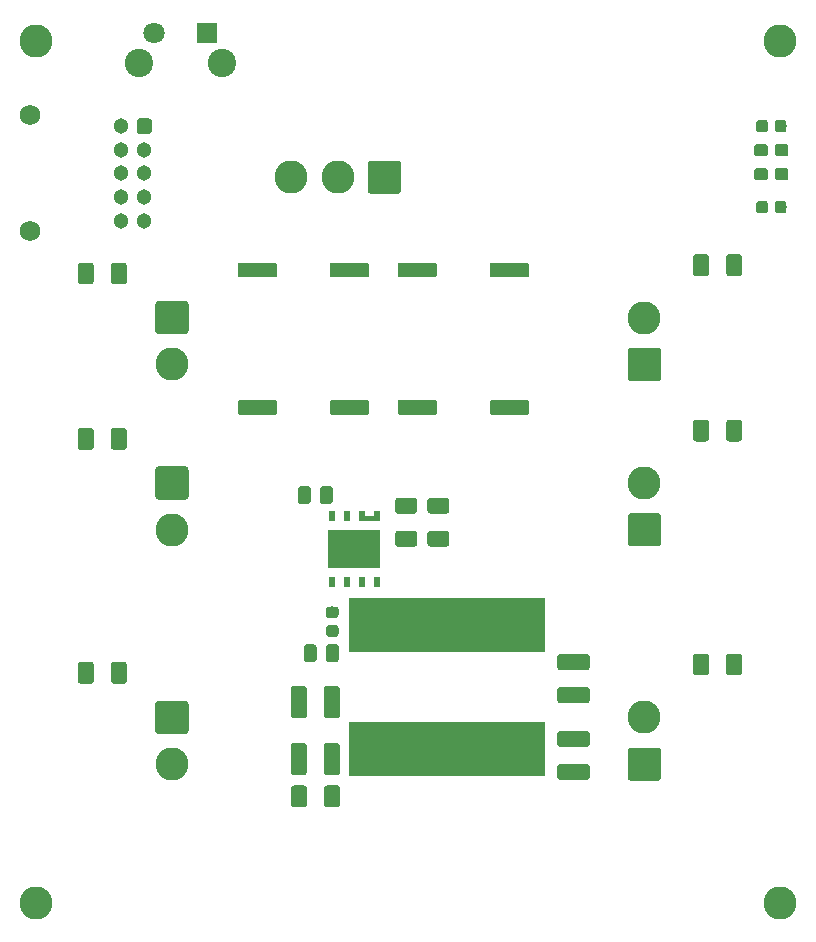
<source format=gbr>
G04 #@! TF.GenerationSoftware,KiCad,Pcbnew,(5.1.0-0)*
G04 #@! TF.CreationDate,2019-06-11T08:39:26-04:00*
G04 #@! TF.ProjectId,Power Board,506f7765-7220-4426-9f61-72642e6b6963,rev?*
G04 #@! TF.SameCoordinates,Original*
G04 #@! TF.FileFunction,Soldermask,Top*
G04 #@! TF.FilePolarity,Negative*
%FSLAX46Y46*%
G04 Gerber Fmt 4.6, Leading zero omitted, Abs format (unit mm)*
G04 Created by KiCad (PCBNEW (5.1.0-0)) date 2019-06-11 08:39:26*
%MOMM*%
%LPD*%
G04 APERTURE LIST*
%ADD10C,0.100000*%
%ADD11R,16.611600X4.621600*%
%ADD12C,1.351600*%
%ADD13C,1.251600*%
%ADD14C,1.211600*%
%ADD15C,0.501600*%
%ADD16C,3.257600*%
%ADD17C,0.511600*%
%ADD18C,1.751600*%
%ADD19C,1.301600*%
%ADD20C,2.401600*%
%ADD21C,1.801600*%
%ADD22R,1.801600X1.801600*%
%ADD23C,1.201600*%
%ADD24C,2.801600*%
%ADD25C,1.076600*%
%ADD26C,1.051600*%
%ADD27C,0.976600*%
G04 APERTURE END LIST*
D10*
G36*
X109502000Y-78384000D02*
G01*
X109502000Y-79094000D01*
X107922000Y-79094000D01*
X107922000Y-78384000D01*
X108232000Y-78384000D01*
X108232000Y-78734000D01*
X109192000Y-78734000D01*
X109192000Y-78384000D01*
X109502000Y-78384000D01*
G37*
X109502000Y-78384000D02*
X109502000Y-79094000D01*
X107922000Y-79094000D01*
X107922000Y-78384000D01*
X108232000Y-78384000D01*
X108232000Y-78734000D01*
X109192000Y-78734000D01*
X109192000Y-78384000D01*
X109502000Y-78384000D01*
D11*
X115316000Y-98453000D03*
X115316000Y-87983000D03*
D10*
G36*
X140031976Y-90375502D02*
G01*
X140058217Y-90379394D01*
X140083950Y-90385840D01*
X140108927Y-90394777D01*
X140132908Y-90406119D01*
X140155662Y-90419757D01*
X140176969Y-90435560D01*
X140196625Y-90453375D01*
X140214440Y-90473031D01*
X140230243Y-90494338D01*
X140243881Y-90517092D01*
X140255223Y-90541073D01*
X140264160Y-90566050D01*
X140270606Y-90591783D01*
X140274498Y-90618024D01*
X140275800Y-90644520D01*
X140275800Y-91955480D01*
X140274498Y-91981976D01*
X140270606Y-92008217D01*
X140264160Y-92033950D01*
X140255223Y-92058927D01*
X140243881Y-92082908D01*
X140230243Y-92105662D01*
X140214440Y-92126969D01*
X140196625Y-92146625D01*
X140176969Y-92164440D01*
X140155662Y-92180243D01*
X140132908Y-92193881D01*
X140108927Y-92205223D01*
X140083950Y-92214160D01*
X140058217Y-92220606D01*
X140031976Y-92224498D01*
X140005480Y-92225800D01*
X139194520Y-92225800D01*
X139168024Y-92224498D01*
X139141783Y-92220606D01*
X139116050Y-92214160D01*
X139091073Y-92205223D01*
X139067092Y-92193881D01*
X139044338Y-92180243D01*
X139023031Y-92164440D01*
X139003375Y-92146625D01*
X138985560Y-92126969D01*
X138969757Y-92105662D01*
X138956119Y-92082908D01*
X138944777Y-92058927D01*
X138935840Y-92033950D01*
X138929394Y-92008217D01*
X138925502Y-91981976D01*
X138924200Y-91955480D01*
X138924200Y-90644520D01*
X138925502Y-90618024D01*
X138929394Y-90591783D01*
X138935840Y-90566050D01*
X138944777Y-90541073D01*
X138956119Y-90517092D01*
X138969757Y-90494338D01*
X138985560Y-90473031D01*
X139003375Y-90453375D01*
X139023031Y-90435560D01*
X139044338Y-90419757D01*
X139067092Y-90406119D01*
X139091073Y-90394777D01*
X139116050Y-90385840D01*
X139141783Y-90379394D01*
X139168024Y-90375502D01*
X139194520Y-90374200D01*
X140005480Y-90374200D01*
X140031976Y-90375502D01*
X140031976Y-90375502D01*
G37*
D12*
X139600000Y-91300000D03*
D10*
G36*
X137231976Y-90375502D02*
G01*
X137258217Y-90379394D01*
X137283950Y-90385840D01*
X137308927Y-90394777D01*
X137332908Y-90406119D01*
X137355662Y-90419757D01*
X137376969Y-90435560D01*
X137396625Y-90453375D01*
X137414440Y-90473031D01*
X137430243Y-90494338D01*
X137443881Y-90517092D01*
X137455223Y-90541073D01*
X137464160Y-90566050D01*
X137470606Y-90591783D01*
X137474498Y-90618024D01*
X137475800Y-90644520D01*
X137475800Y-91955480D01*
X137474498Y-91981976D01*
X137470606Y-92008217D01*
X137464160Y-92033950D01*
X137455223Y-92058927D01*
X137443881Y-92082908D01*
X137430243Y-92105662D01*
X137414440Y-92126969D01*
X137396625Y-92146625D01*
X137376969Y-92164440D01*
X137355662Y-92180243D01*
X137332908Y-92193881D01*
X137308927Y-92205223D01*
X137283950Y-92214160D01*
X137258217Y-92220606D01*
X137231976Y-92224498D01*
X137205480Y-92225800D01*
X136394520Y-92225800D01*
X136368024Y-92224498D01*
X136341783Y-92220606D01*
X136316050Y-92214160D01*
X136291073Y-92205223D01*
X136267092Y-92193881D01*
X136244338Y-92180243D01*
X136223031Y-92164440D01*
X136203375Y-92146625D01*
X136185560Y-92126969D01*
X136169757Y-92105662D01*
X136156119Y-92082908D01*
X136144777Y-92058927D01*
X136135840Y-92033950D01*
X136129394Y-92008217D01*
X136125502Y-91981976D01*
X136124200Y-91955480D01*
X136124200Y-90644520D01*
X136125502Y-90618024D01*
X136129394Y-90591783D01*
X136135840Y-90566050D01*
X136144777Y-90541073D01*
X136156119Y-90517092D01*
X136169757Y-90494338D01*
X136185560Y-90473031D01*
X136203375Y-90453375D01*
X136223031Y-90435560D01*
X136244338Y-90419757D01*
X136267092Y-90406119D01*
X136291073Y-90394777D01*
X136316050Y-90385840D01*
X136341783Y-90379394D01*
X136368024Y-90375502D01*
X136394520Y-90374200D01*
X137205480Y-90374200D01*
X137231976Y-90375502D01*
X137231976Y-90375502D01*
G37*
D12*
X136800000Y-91300000D03*
D10*
G36*
X140031976Y-70575502D02*
G01*
X140058217Y-70579394D01*
X140083950Y-70585840D01*
X140108927Y-70594777D01*
X140132908Y-70606119D01*
X140155662Y-70619757D01*
X140176969Y-70635560D01*
X140196625Y-70653375D01*
X140214440Y-70673031D01*
X140230243Y-70694338D01*
X140243881Y-70717092D01*
X140255223Y-70741073D01*
X140264160Y-70766050D01*
X140270606Y-70791783D01*
X140274498Y-70818024D01*
X140275800Y-70844520D01*
X140275800Y-72155480D01*
X140274498Y-72181976D01*
X140270606Y-72208217D01*
X140264160Y-72233950D01*
X140255223Y-72258927D01*
X140243881Y-72282908D01*
X140230243Y-72305662D01*
X140214440Y-72326969D01*
X140196625Y-72346625D01*
X140176969Y-72364440D01*
X140155662Y-72380243D01*
X140132908Y-72393881D01*
X140108927Y-72405223D01*
X140083950Y-72414160D01*
X140058217Y-72420606D01*
X140031976Y-72424498D01*
X140005480Y-72425800D01*
X139194520Y-72425800D01*
X139168024Y-72424498D01*
X139141783Y-72420606D01*
X139116050Y-72414160D01*
X139091073Y-72405223D01*
X139067092Y-72393881D01*
X139044338Y-72380243D01*
X139023031Y-72364440D01*
X139003375Y-72346625D01*
X138985560Y-72326969D01*
X138969757Y-72305662D01*
X138956119Y-72282908D01*
X138944777Y-72258927D01*
X138935840Y-72233950D01*
X138929394Y-72208217D01*
X138925502Y-72181976D01*
X138924200Y-72155480D01*
X138924200Y-70844520D01*
X138925502Y-70818024D01*
X138929394Y-70791783D01*
X138935840Y-70766050D01*
X138944777Y-70741073D01*
X138956119Y-70717092D01*
X138969757Y-70694338D01*
X138985560Y-70673031D01*
X139003375Y-70653375D01*
X139023031Y-70635560D01*
X139044338Y-70619757D01*
X139067092Y-70606119D01*
X139091073Y-70594777D01*
X139116050Y-70585840D01*
X139141783Y-70579394D01*
X139168024Y-70575502D01*
X139194520Y-70574200D01*
X140005480Y-70574200D01*
X140031976Y-70575502D01*
X140031976Y-70575502D01*
G37*
D12*
X139600000Y-71500000D03*
D10*
G36*
X137231976Y-70575502D02*
G01*
X137258217Y-70579394D01*
X137283950Y-70585840D01*
X137308927Y-70594777D01*
X137332908Y-70606119D01*
X137355662Y-70619757D01*
X137376969Y-70635560D01*
X137396625Y-70653375D01*
X137414440Y-70673031D01*
X137430243Y-70694338D01*
X137443881Y-70717092D01*
X137455223Y-70741073D01*
X137464160Y-70766050D01*
X137470606Y-70791783D01*
X137474498Y-70818024D01*
X137475800Y-70844520D01*
X137475800Y-72155480D01*
X137474498Y-72181976D01*
X137470606Y-72208217D01*
X137464160Y-72233950D01*
X137455223Y-72258927D01*
X137443881Y-72282908D01*
X137430243Y-72305662D01*
X137414440Y-72326969D01*
X137396625Y-72346625D01*
X137376969Y-72364440D01*
X137355662Y-72380243D01*
X137332908Y-72393881D01*
X137308927Y-72405223D01*
X137283950Y-72414160D01*
X137258217Y-72420606D01*
X137231976Y-72424498D01*
X137205480Y-72425800D01*
X136394520Y-72425800D01*
X136368024Y-72424498D01*
X136341783Y-72420606D01*
X136316050Y-72414160D01*
X136291073Y-72405223D01*
X136267092Y-72393881D01*
X136244338Y-72380243D01*
X136223031Y-72364440D01*
X136203375Y-72346625D01*
X136185560Y-72326969D01*
X136169757Y-72305662D01*
X136156119Y-72282908D01*
X136144777Y-72258927D01*
X136135840Y-72233950D01*
X136129394Y-72208217D01*
X136125502Y-72181976D01*
X136124200Y-72155480D01*
X136124200Y-70844520D01*
X136125502Y-70818024D01*
X136129394Y-70791783D01*
X136135840Y-70766050D01*
X136144777Y-70741073D01*
X136156119Y-70717092D01*
X136169757Y-70694338D01*
X136185560Y-70673031D01*
X136203375Y-70653375D01*
X136223031Y-70635560D01*
X136244338Y-70619757D01*
X136267092Y-70606119D01*
X136291073Y-70594777D01*
X136316050Y-70585840D01*
X136341783Y-70579394D01*
X136368024Y-70575502D01*
X136394520Y-70574200D01*
X137205480Y-70574200D01*
X137231976Y-70575502D01*
X137231976Y-70575502D01*
G37*
D12*
X136800000Y-71500000D03*
D10*
G36*
X140031976Y-56575502D02*
G01*
X140058217Y-56579394D01*
X140083950Y-56585840D01*
X140108927Y-56594777D01*
X140132908Y-56606119D01*
X140155662Y-56619757D01*
X140176969Y-56635560D01*
X140196625Y-56653375D01*
X140214440Y-56673031D01*
X140230243Y-56694338D01*
X140243881Y-56717092D01*
X140255223Y-56741073D01*
X140264160Y-56766050D01*
X140270606Y-56791783D01*
X140274498Y-56818024D01*
X140275800Y-56844520D01*
X140275800Y-58155480D01*
X140274498Y-58181976D01*
X140270606Y-58208217D01*
X140264160Y-58233950D01*
X140255223Y-58258927D01*
X140243881Y-58282908D01*
X140230243Y-58305662D01*
X140214440Y-58326969D01*
X140196625Y-58346625D01*
X140176969Y-58364440D01*
X140155662Y-58380243D01*
X140132908Y-58393881D01*
X140108927Y-58405223D01*
X140083950Y-58414160D01*
X140058217Y-58420606D01*
X140031976Y-58424498D01*
X140005480Y-58425800D01*
X139194520Y-58425800D01*
X139168024Y-58424498D01*
X139141783Y-58420606D01*
X139116050Y-58414160D01*
X139091073Y-58405223D01*
X139067092Y-58393881D01*
X139044338Y-58380243D01*
X139023031Y-58364440D01*
X139003375Y-58346625D01*
X138985560Y-58326969D01*
X138969757Y-58305662D01*
X138956119Y-58282908D01*
X138944777Y-58258927D01*
X138935840Y-58233950D01*
X138929394Y-58208217D01*
X138925502Y-58181976D01*
X138924200Y-58155480D01*
X138924200Y-56844520D01*
X138925502Y-56818024D01*
X138929394Y-56791783D01*
X138935840Y-56766050D01*
X138944777Y-56741073D01*
X138956119Y-56717092D01*
X138969757Y-56694338D01*
X138985560Y-56673031D01*
X139003375Y-56653375D01*
X139023031Y-56635560D01*
X139044338Y-56619757D01*
X139067092Y-56606119D01*
X139091073Y-56594777D01*
X139116050Y-56585840D01*
X139141783Y-56579394D01*
X139168024Y-56575502D01*
X139194520Y-56574200D01*
X140005480Y-56574200D01*
X140031976Y-56575502D01*
X140031976Y-56575502D01*
G37*
D12*
X139600000Y-57500000D03*
D10*
G36*
X137231976Y-56575502D02*
G01*
X137258217Y-56579394D01*
X137283950Y-56585840D01*
X137308927Y-56594777D01*
X137332908Y-56606119D01*
X137355662Y-56619757D01*
X137376969Y-56635560D01*
X137396625Y-56653375D01*
X137414440Y-56673031D01*
X137430243Y-56694338D01*
X137443881Y-56717092D01*
X137455223Y-56741073D01*
X137464160Y-56766050D01*
X137470606Y-56791783D01*
X137474498Y-56818024D01*
X137475800Y-56844520D01*
X137475800Y-58155480D01*
X137474498Y-58181976D01*
X137470606Y-58208217D01*
X137464160Y-58233950D01*
X137455223Y-58258927D01*
X137443881Y-58282908D01*
X137430243Y-58305662D01*
X137414440Y-58326969D01*
X137396625Y-58346625D01*
X137376969Y-58364440D01*
X137355662Y-58380243D01*
X137332908Y-58393881D01*
X137308927Y-58405223D01*
X137283950Y-58414160D01*
X137258217Y-58420606D01*
X137231976Y-58424498D01*
X137205480Y-58425800D01*
X136394520Y-58425800D01*
X136368024Y-58424498D01*
X136341783Y-58420606D01*
X136316050Y-58414160D01*
X136291073Y-58405223D01*
X136267092Y-58393881D01*
X136244338Y-58380243D01*
X136223031Y-58364440D01*
X136203375Y-58346625D01*
X136185560Y-58326969D01*
X136169757Y-58305662D01*
X136156119Y-58282908D01*
X136144777Y-58258927D01*
X136135840Y-58233950D01*
X136129394Y-58208217D01*
X136125502Y-58181976D01*
X136124200Y-58155480D01*
X136124200Y-56844520D01*
X136125502Y-56818024D01*
X136129394Y-56791783D01*
X136135840Y-56766050D01*
X136144777Y-56741073D01*
X136156119Y-56717092D01*
X136169757Y-56694338D01*
X136185560Y-56673031D01*
X136203375Y-56653375D01*
X136223031Y-56635560D01*
X136244338Y-56619757D01*
X136267092Y-56606119D01*
X136291073Y-56594777D01*
X136316050Y-56585840D01*
X136341783Y-56579394D01*
X136368024Y-56575502D01*
X136394520Y-56574200D01*
X137205480Y-56574200D01*
X137231976Y-56575502D01*
X137231976Y-56575502D01*
G37*
D12*
X136800000Y-57500000D03*
D10*
G36*
X85131976Y-91075502D02*
G01*
X85158217Y-91079394D01*
X85183950Y-91085840D01*
X85208927Y-91094777D01*
X85232908Y-91106119D01*
X85255662Y-91119757D01*
X85276969Y-91135560D01*
X85296625Y-91153375D01*
X85314440Y-91173031D01*
X85330243Y-91194338D01*
X85343881Y-91217092D01*
X85355223Y-91241073D01*
X85364160Y-91266050D01*
X85370606Y-91291783D01*
X85374498Y-91318024D01*
X85375800Y-91344520D01*
X85375800Y-92655480D01*
X85374498Y-92681976D01*
X85370606Y-92708217D01*
X85364160Y-92733950D01*
X85355223Y-92758927D01*
X85343881Y-92782908D01*
X85330243Y-92805662D01*
X85314440Y-92826969D01*
X85296625Y-92846625D01*
X85276969Y-92864440D01*
X85255662Y-92880243D01*
X85232908Y-92893881D01*
X85208927Y-92905223D01*
X85183950Y-92914160D01*
X85158217Y-92920606D01*
X85131976Y-92924498D01*
X85105480Y-92925800D01*
X84294520Y-92925800D01*
X84268024Y-92924498D01*
X84241783Y-92920606D01*
X84216050Y-92914160D01*
X84191073Y-92905223D01*
X84167092Y-92893881D01*
X84144338Y-92880243D01*
X84123031Y-92864440D01*
X84103375Y-92846625D01*
X84085560Y-92826969D01*
X84069757Y-92805662D01*
X84056119Y-92782908D01*
X84044777Y-92758927D01*
X84035840Y-92733950D01*
X84029394Y-92708217D01*
X84025502Y-92681976D01*
X84024200Y-92655480D01*
X84024200Y-91344520D01*
X84025502Y-91318024D01*
X84029394Y-91291783D01*
X84035840Y-91266050D01*
X84044777Y-91241073D01*
X84056119Y-91217092D01*
X84069757Y-91194338D01*
X84085560Y-91173031D01*
X84103375Y-91153375D01*
X84123031Y-91135560D01*
X84144338Y-91119757D01*
X84167092Y-91106119D01*
X84191073Y-91094777D01*
X84216050Y-91085840D01*
X84241783Y-91079394D01*
X84268024Y-91075502D01*
X84294520Y-91074200D01*
X85105480Y-91074200D01*
X85131976Y-91075502D01*
X85131976Y-91075502D01*
G37*
D12*
X84700000Y-92000000D03*
D10*
G36*
X87931976Y-91075502D02*
G01*
X87958217Y-91079394D01*
X87983950Y-91085840D01*
X88008927Y-91094777D01*
X88032908Y-91106119D01*
X88055662Y-91119757D01*
X88076969Y-91135560D01*
X88096625Y-91153375D01*
X88114440Y-91173031D01*
X88130243Y-91194338D01*
X88143881Y-91217092D01*
X88155223Y-91241073D01*
X88164160Y-91266050D01*
X88170606Y-91291783D01*
X88174498Y-91318024D01*
X88175800Y-91344520D01*
X88175800Y-92655480D01*
X88174498Y-92681976D01*
X88170606Y-92708217D01*
X88164160Y-92733950D01*
X88155223Y-92758927D01*
X88143881Y-92782908D01*
X88130243Y-92805662D01*
X88114440Y-92826969D01*
X88096625Y-92846625D01*
X88076969Y-92864440D01*
X88055662Y-92880243D01*
X88032908Y-92893881D01*
X88008927Y-92905223D01*
X87983950Y-92914160D01*
X87958217Y-92920606D01*
X87931976Y-92924498D01*
X87905480Y-92925800D01*
X87094520Y-92925800D01*
X87068024Y-92924498D01*
X87041783Y-92920606D01*
X87016050Y-92914160D01*
X86991073Y-92905223D01*
X86967092Y-92893881D01*
X86944338Y-92880243D01*
X86923031Y-92864440D01*
X86903375Y-92846625D01*
X86885560Y-92826969D01*
X86869757Y-92805662D01*
X86856119Y-92782908D01*
X86844777Y-92758927D01*
X86835840Y-92733950D01*
X86829394Y-92708217D01*
X86825502Y-92681976D01*
X86824200Y-92655480D01*
X86824200Y-91344520D01*
X86825502Y-91318024D01*
X86829394Y-91291783D01*
X86835840Y-91266050D01*
X86844777Y-91241073D01*
X86856119Y-91217092D01*
X86869757Y-91194338D01*
X86885560Y-91173031D01*
X86903375Y-91153375D01*
X86923031Y-91135560D01*
X86944338Y-91119757D01*
X86967092Y-91106119D01*
X86991073Y-91094777D01*
X87016050Y-91085840D01*
X87041783Y-91079394D01*
X87068024Y-91075502D01*
X87094520Y-91074200D01*
X87905480Y-91074200D01*
X87931976Y-91075502D01*
X87931976Y-91075502D01*
G37*
D12*
X87500000Y-92000000D03*
D10*
G36*
X85131976Y-71275502D02*
G01*
X85158217Y-71279394D01*
X85183950Y-71285840D01*
X85208927Y-71294777D01*
X85232908Y-71306119D01*
X85255662Y-71319757D01*
X85276969Y-71335560D01*
X85296625Y-71353375D01*
X85314440Y-71373031D01*
X85330243Y-71394338D01*
X85343881Y-71417092D01*
X85355223Y-71441073D01*
X85364160Y-71466050D01*
X85370606Y-71491783D01*
X85374498Y-71518024D01*
X85375800Y-71544520D01*
X85375800Y-72855480D01*
X85374498Y-72881976D01*
X85370606Y-72908217D01*
X85364160Y-72933950D01*
X85355223Y-72958927D01*
X85343881Y-72982908D01*
X85330243Y-73005662D01*
X85314440Y-73026969D01*
X85296625Y-73046625D01*
X85276969Y-73064440D01*
X85255662Y-73080243D01*
X85232908Y-73093881D01*
X85208927Y-73105223D01*
X85183950Y-73114160D01*
X85158217Y-73120606D01*
X85131976Y-73124498D01*
X85105480Y-73125800D01*
X84294520Y-73125800D01*
X84268024Y-73124498D01*
X84241783Y-73120606D01*
X84216050Y-73114160D01*
X84191073Y-73105223D01*
X84167092Y-73093881D01*
X84144338Y-73080243D01*
X84123031Y-73064440D01*
X84103375Y-73046625D01*
X84085560Y-73026969D01*
X84069757Y-73005662D01*
X84056119Y-72982908D01*
X84044777Y-72958927D01*
X84035840Y-72933950D01*
X84029394Y-72908217D01*
X84025502Y-72881976D01*
X84024200Y-72855480D01*
X84024200Y-71544520D01*
X84025502Y-71518024D01*
X84029394Y-71491783D01*
X84035840Y-71466050D01*
X84044777Y-71441073D01*
X84056119Y-71417092D01*
X84069757Y-71394338D01*
X84085560Y-71373031D01*
X84103375Y-71353375D01*
X84123031Y-71335560D01*
X84144338Y-71319757D01*
X84167092Y-71306119D01*
X84191073Y-71294777D01*
X84216050Y-71285840D01*
X84241783Y-71279394D01*
X84268024Y-71275502D01*
X84294520Y-71274200D01*
X85105480Y-71274200D01*
X85131976Y-71275502D01*
X85131976Y-71275502D01*
G37*
D12*
X84700000Y-72200000D03*
D10*
G36*
X87931976Y-71275502D02*
G01*
X87958217Y-71279394D01*
X87983950Y-71285840D01*
X88008927Y-71294777D01*
X88032908Y-71306119D01*
X88055662Y-71319757D01*
X88076969Y-71335560D01*
X88096625Y-71353375D01*
X88114440Y-71373031D01*
X88130243Y-71394338D01*
X88143881Y-71417092D01*
X88155223Y-71441073D01*
X88164160Y-71466050D01*
X88170606Y-71491783D01*
X88174498Y-71518024D01*
X88175800Y-71544520D01*
X88175800Y-72855480D01*
X88174498Y-72881976D01*
X88170606Y-72908217D01*
X88164160Y-72933950D01*
X88155223Y-72958927D01*
X88143881Y-72982908D01*
X88130243Y-73005662D01*
X88114440Y-73026969D01*
X88096625Y-73046625D01*
X88076969Y-73064440D01*
X88055662Y-73080243D01*
X88032908Y-73093881D01*
X88008927Y-73105223D01*
X87983950Y-73114160D01*
X87958217Y-73120606D01*
X87931976Y-73124498D01*
X87905480Y-73125800D01*
X87094520Y-73125800D01*
X87068024Y-73124498D01*
X87041783Y-73120606D01*
X87016050Y-73114160D01*
X86991073Y-73105223D01*
X86967092Y-73093881D01*
X86944338Y-73080243D01*
X86923031Y-73064440D01*
X86903375Y-73046625D01*
X86885560Y-73026969D01*
X86869757Y-73005662D01*
X86856119Y-72982908D01*
X86844777Y-72958927D01*
X86835840Y-72933950D01*
X86829394Y-72908217D01*
X86825502Y-72881976D01*
X86824200Y-72855480D01*
X86824200Y-71544520D01*
X86825502Y-71518024D01*
X86829394Y-71491783D01*
X86835840Y-71466050D01*
X86844777Y-71441073D01*
X86856119Y-71417092D01*
X86869757Y-71394338D01*
X86885560Y-71373031D01*
X86903375Y-71353375D01*
X86923031Y-71335560D01*
X86944338Y-71319757D01*
X86967092Y-71306119D01*
X86991073Y-71294777D01*
X87016050Y-71285840D01*
X87041783Y-71279394D01*
X87068024Y-71275502D01*
X87094520Y-71274200D01*
X87905480Y-71274200D01*
X87931976Y-71275502D01*
X87931976Y-71275502D01*
G37*
D12*
X87500000Y-72200000D03*
D10*
G36*
X85131976Y-57275502D02*
G01*
X85158217Y-57279394D01*
X85183950Y-57285840D01*
X85208927Y-57294777D01*
X85232908Y-57306119D01*
X85255662Y-57319757D01*
X85276969Y-57335560D01*
X85296625Y-57353375D01*
X85314440Y-57373031D01*
X85330243Y-57394338D01*
X85343881Y-57417092D01*
X85355223Y-57441073D01*
X85364160Y-57466050D01*
X85370606Y-57491783D01*
X85374498Y-57518024D01*
X85375800Y-57544520D01*
X85375800Y-58855480D01*
X85374498Y-58881976D01*
X85370606Y-58908217D01*
X85364160Y-58933950D01*
X85355223Y-58958927D01*
X85343881Y-58982908D01*
X85330243Y-59005662D01*
X85314440Y-59026969D01*
X85296625Y-59046625D01*
X85276969Y-59064440D01*
X85255662Y-59080243D01*
X85232908Y-59093881D01*
X85208927Y-59105223D01*
X85183950Y-59114160D01*
X85158217Y-59120606D01*
X85131976Y-59124498D01*
X85105480Y-59125800D01*
X84294520Y-59125800D01*
X84268024Y-59124498D01*
X84241783Y-59120606D01*
X84216050Y-59114160D01*
X84191073Y-59105223D01*
X84167092Y-59093881D01*
X84144338Y-59080243D01*
X84123031Y-59064440D01*
X84103375Y-59046625D01*
X84085560Y-59026969D01*
X84069757Y-59005662D01*
X84056119Y-58982908D01*
X84044777Y-58958927D01*
X84035840Y-58933950D01*
X84029394Y-58908217D01*
X84025502Y-58881976D01*
X84024200Y-58855480D01*
X84024200Y-57544520D01*
X84025502Y-57518024D01*
X84029394Y-57491783D01*
X84035840Y-57466050D01*
X84044777Y-57441073D01*
X84056119Y-57417092D01*
X84069757Y-57394338D01*
X84085560Y-57373031D01*
X84103375Y-57353375D01*
X84123031Y-57335560D01*
X84144338Y-57319757D01*
X84167092Y-57306119D01*
X84191073Y-57294777D01*
X84216050Y-57285840D01*
X84241783Y-57279394D01*
X84268024Y-57275502D01*
X84294520Y-57274200D01*
X85105480Y-57274200D01*
X85131976Y-57275502D01*
X85131976Y-57275502D01*
G37*
D12*
X84700000Y-58200000D03*
D10*
G36*
X87931976Y-57275502D02*
G01*
X87958217Y-57279394D01*
X87983950Y-57285840D01*
X88008927Y-57294777D01*
X88032908Y-57306119D01*
X88055662Y-57319757D01*
X88076969Y-57335560D01*
X88096625Y-57353375D01*
X88114440Y-57373031D01*
X88130243Y-57394338D01*
X88143881Y-57417092D01*
X88155223Y-57441073D01*
X88164160Y-57466050D01*
X88170606Y-57491783D01*
X88174498Y-57518024D01*
X88175800Y-57544520D01*
X88175800Y-58855480D01*
X88174498Y-58881976D01*
X88170606Y-58908217D01*
X88164160Y-58933950D01*
X88155223Y-58958927D01*
X88143881Y-58982908D01*
X88130243Y-59005662D01*
X88114440Y-59026969D01*
X88096625Y-59046625D01*
X88076969Y-59064440D01*
X88055662Y-59080243D01*
X88032908Y-59093881D01*
X88008927Y-59105223D01*
X87983950Y-59114160D01*
X87958217Y-59120606D01*
X87931976Y-59124498D01*
X87905480Y-59125800D01*
X87094520Y-59125800D01*
X87068024Y-59124498D01*
X87041783Y-59120606D01*
X87016050Y-59114160D01*
X86991073Y-59105223D01*
X86967092Y-59093881D01*
X86944338Y-59080243D01*
X86923031Y-59064440D01*
X86903375Y-59046625D01*
X86885560Y-59026969D01*
X86869757Y-59005662D01*
X86856119Y-58982908D01*
X86844777Y-58958927D01*
X86835840Y-58933950D01*
X86829394Y-58908217D01*
X86825502Y-58881976D01*
X86824200Y-58855480D01*
X86824200Y-57544520D01*
X86825502Y-57518024D01*
X86829394Y-57491783D01*
X86835840Y-57466050D01*
X86844777Y-57441073D01*
X86856119Y-57417092D01*
X86869757Y-57394338D01*
X86885560Y-57373031D01*
X86903375Y-57353375D01*
X86923031Y-57335560D01*
X86944338Y-57319757D01*
X86967092Y-57306119D01*
X86991073Y-57294777D01*
X87016050Y-57285840D01*
X87041783Y-57279394D01*
X87068024Y-57275502D01*
X87094520Y-57274200D01*
X87905480Y-57274200D01*
X87931976Y-57275502D01*
X87931976Y-57275502D01*
G37*
D12*
X87500000Y-58200000D03*
D10*
G36*
X106611515Y-80043447D02*
G01*
X106616496Y-80044186D01*
X106621381Y-80045410D01*
X106626122Y-80047106D01*
X106630675Y-80049259D01*
X106634994Y-80051848D01*
X106639039Y-80054848D01*
X106642770Y-80058230D01*
X106646152Y-80061961D01*
X106649152Y-80066006D01*
X106651741Y-80070325D01*
X106653894Y-80074878D01*
X106655590Y-80079619D01*
X106656814Y-80084504D01*
X106657553Y-80089485D01*
X106657800Y-80094515D01*
X106657800Y-81403485D01*
X106657553Y-81408515D01*
X106656814Y-81413496D01*
X106655590Y-81418381D01*
X106653894Y-81423122D01*
X106651741Y-81427675D01*
X106649152Y-81431994D01*
X106646152Y-81436039D01*
X106642770Y-81439770D01*
X106639039Y-81443152D01*
X106634994Y-81446152D01*
X106630675Y-81448741D01*
X106626122Y-81450894D01*
X106621381Y-81452590D01*
X106616496Y-81453814D01*
X106611515Y-81454553D01*
X106606485Y-81454800D01*
X105457515Y-81454800D01*
X105452485Y-81454553D01*
X105447504Y-81453814D01*
X105442619Y-81452590D01*
X105437878Y-81450894D01*
X105433325Y-81448741D01*
X105429006Y-81446152D01*
X105424961Y-81443152D01*
X105421230Y-81439770D01*
X105417848Y-81436039D01*
X105414848Y-81431994D01*
X105412259Y-81427675D01*
X105410106Y-81423122D01*
X105408410Y-81418381D01*
X105407186Y-81413496D01*
X105406447Y-81408515D01*
X105406200Y-81403485D01*
X105406200Y-80094515D01*
X105406447Y-80089485D01*
X105407186Y-80084504D01*
X105408410Y-80079619D01*
X105410106Y-80074878D01*
X105412259Y-80070325D01*
X105414848Y-80066006D01*
X105417848Y-80061961D01*
X105421230Y-80058230D01*
X105424961Y-80054848D01*
X105429006Y-80051848D01*
X105433325Y-80049259D01*
X105437878Y-80047106D01*
X105442619Y-80045410D01*
X105447504Y-80044186D01*
X105452485Y-80043447D01*
X105457515Y-80043200D01*
X106606485Y-80043200D01*
X106611515Y-80043447D01*
X106611515Y-80043447D01*
G37*
D13*
X106032000Y-80749000D03*
D10*
G36*
X106611515Y-81613447D02*
G01*
X106616496Y-81614186D01*
X106621381Y-81615410D01*
X106626122Y-81617106D01*
X106630675Y-81619259D01*
X106634994Y-81621848D01*
X106639039Y-81624848D01*
X106642770Y-81628230D01*
X106646152Y-81631961D01*
X106649152Y-81636006D01*
X106651741Y-81640325D01*
X106653894Y-81644878D01*
X106655590Y-81649619D01*
X106656814Y-81654504D01*
X106657553Y-81659485D01*
X106657800Y-81664515D01*
X106657800Y-82973485D01*
X106657553Y-82978515D01*
X106656814Y-82983496D01*
X106655590Y-82988381D01*
X106653894Y-82993122D01*
X106651741Y-82997675D01*
X106649152Y-83001994D01*
X106646152Y-83006039D01*
X106642770Y-83009770D01*
X106639039Y-83013152D01*
X106634994Y-83016152D01*
X106630675Y-83018741D01*
X106626122Y-83020894D01*
X106621381Y-83022590D01*
X106616496Y-83023814D01*
X106611515Y-83024553D01*
X106606485Y-83024800D01*
X105457515Y-83024800D01*
X105452485Y-83024553D01*
X105447504Y-83023814D01*
X105442619Y-83022590D01*
X105437878Y-83020894D01*
X105433325Y-83018741D01*
X105429006Y-83016152D01*
X105424961Y-83013152D01*
X105421230Y-83009770D01*
X105417848Y-83006039D01*
X105414848Y-83001994D01*
X105412259Y-82997675D01*
X105410106Y-82993122D01*
X105408410Y-82988381D01*
X105407186Y-82983496D01*
X105406447Y-82978515D01*
X105406200Y-82973485D01*
X105406200Y-81664515D01*
X105406447Y-81659485D01*
X105407186Y-81654504D01*
X105408410Y-81649619D01*
X105410106Y-81644878D01*
X105412259Y-81640325D01*
X105414848Y-81636006D01*
X105417848Y-81631961D01*
X105421230Y-81628230D01*
X105424961Y-81624848D01*
X105429006Y-81621848D01*
X105433325Y-81619259D01*
X105437878Y-81617106D01*
X105442619Y-81615410D01*
X105447504Y-81614186D01*
X105452485Y-81613447D01*
X105457515Y-81613200D01*
X106606485Y-81613200D01*
X106611515Y-81613447D01*
X106611515Y-81613447D01*
G37*
D13*
X106032000Y-82319000D03*
D10*
G36*
X109431515Y-81613447D02*
G01*
X109436496Y-81614186D01*
X109441381Y-81615410D01*
X109446122Y-81617106D01*
X109450675Y-81619259D01*
X109454994Y-81621848D01*
X109459039Y-81624848D01*
X109462770Y-81628230D01*
X109466152Y-81631961D01*
X109469152Y-81636006D01*
X109471741Y-81640325D01*
X109473894Y-81644878D01*
X109475590Y-81649619D01*
X109476814Y-81654504D01*
X109477553Y-81659485D01*
X109477800Y-81664515D01*
X109477800Y-82973485D01*
X109477553Y-82978515D01*
X109476814Y-82983496D01*
X109475590Y-82988381D01*
X109473894Y-82993122D01*
X109471741Y-82997675D01*
X109469152Y-83001994D01*
X109466152Y-83006039D01*
X109462770Y-83009770D01*
X109459039Y-83013152D01*
X109454994Y-83016152D01*
X109450675Y-83018741D01*
X109446122Y-83020894D01*
X109441381Y-83022590D01*
X109436496Y-83023814D01*
X109431515Y-83024553D01*
X109426485Y-83024800D01*
X108277515Y-83024800D01*
X108272485Y-83024553D01*
X108267504Y-83023814D01*
X108262619Y-83022590D01*
X108257878Y-83020894D01*
X108253325Y-83018741D01*
X108249006Y-83016152D01*
X108244961Y-83013152D01*
X108241230Y-83009770D01*
X108237848Y-83006039D01*
X108234848Y-83001994D01*
X108232259Y-82997675D01*
X108230106Y-82993122D01*
X108228410Y-82988381D01*
X108227186Y-82983496D01*
X108226447Y-82978515D01*
X108226200Y-82973485D01*
X108226200Y-81664515D01*
X108226447Y-81659485D01*
X108227186Y-81654504D01*
X108228410Y-81649619D01*
X108230106Y-81644878D01*
X108232259Y-81640325D01*
X108234848Y-81636006D01*
X108237848Y-81631961D01*
X108241230Y-81628230D01*
X108244961Y-81624848D01*
X108249006Y-81621848D01*
X108253325Y-81619259D01*
X108257878Y-81617106D01*
X108262619Y-81615410D01*
X108267504Y-81614186D01*
X108272485Y-81613447D01*
X108277515Y-81613200D01*
X109426485Y-81613200D01*
X109431515Y-81613447D01*
X109431515Y-81613447D01*
G37*
D13*
X108852000Y-82319000D03*
D10*
G36*
X109412994Y-80043439D02*
G01*
X109417816Y-80044154D01*
X109422545Y-80045339D01*
X109427135Y-80046981D01*
X109431542Y-80049066D01*
X109435723Y-80051572D01*
X109439638Y-80054476D01*
X109443251Y-80057749D01*
X109446524Y-80061362D01*
X109449428Y-80065277D01*
X109451934Y-80069458D01*
X109454019Y-80073865D01*
X109455661Y-80078455D01*
X109456846Y-80083184D01*
X109457561Y-80088006D01*
X109457800Y-80092875D01*
X109457800Y-81405125D01*
X109457561Y-81409994D01*
X109456846Y-81414816D01*
X109455661Y-81419545D01*
X109454019Y-81424135D01*
X109451934Y-81428542D01*
X109449428Y-81432723D01*
X109446524Y-81436638D01*
X109443251Y-81440251D01*
X109439638Y-81443524D01*
X109435723Y-81446428D01*
X109431542Y-81448934D01*
X109427135Y-81451019D01*
X109422545Y-81452661D01*
X109417816Y-81453846D01*
X109412994Y-81454561D01*
X109408125Y-81454800D01*
X108295875Y-81454800D01*
X108291006Y-81454561D01*
X108286184Y-81453846D01*
X108281455Y-81452661D01*
X108276865Y-81451019D01*
X108272458Y-81448934D01*
X108268277Y-81446428D01*
X108264362Y-81443524D01*
X108260749Y-81440251D01*
X108257476Y-81436638D01*
X108254572Y-81432723D01*
X108252066Y-81428542D01*
X108249981Y-81424135D01*
X108248339Y-81419545D01*
X108247154Y-81414816D01*
X108246439Y-81409994D01*
X108246200Y-81405125D01*
X108246200Y-80092875D01*
X108246439Y-80088006D01*
X108247154Y-80083184D01*
X108248339Y-80078455D01*
X108249981Y-80073865D01*
X108252066Y-80069458D01*
X108254572Y-80065277D01*
X108257476Y-80061362D01*
X108260749Y-80057749D01*
X108264362Y-80054476D01*
X108268277Y-80051572D01*
X108272458Y-80049066D01*
X108276865Y-80046981D01*
X108281455Y-80045339D01*
X108286184Y-80044154D01*
X108291006Y-80043439D01*
X108295875Y-80043200D01*
X109408125Y-80043200D01*
X109412994Y-80043439D01*
X109412994Y-80043439D01*
G37*
D14*
X108852000Y-80749000D03*
D10*
G36*
X108021515Y-80043447D02*
G01*
X108026496Y-80044186D01*
X108031381Y-80045410D01*
X108036122Y-80047106D01*
X108040675Y-80049259D01*
X108044994Y-80051848D01*
X108049039Y-80054848D01*
X108052770Y-80058230D01*
X108056152Y-80061961D01*
X108059152Y-80066006D01*
X108061741Y-80070325D01*
X108063894Y-80074878D01*
X108065590Y-80079619D01*
X108066814Y-80084504D01*
X108067553Y-80089485D01*
X108067800Y-80094515D01*
X108067800Y-81403485D01*
X108067553Y-81408515D01*
X108066814Y-81413496D01*
X108065590Y-81418381D01*
X108063894Y-81423122D01*
X108061741Y-81427675D01*
X108059152Y-81431994D01*
X108056152Y-81436039D01*
X108052770Y-81439770D01*
X108049039Y-81443152D01*
X108044994Y-81446152D01*
X108040675Y-81448741D01*
X108036122Y-81450894D01*
X108031381Y-81452590D01*
X108026496Y-81453814D01*
X108021515Y-81454553D01*
X108016485Y-81454800D01*
X106867515Y-81454800D01*
X106862485Y-81454553D01*
X106857504Y-81453814D01*
X106852619Y-81452590D01*
X106847878Y-81450894D01*
X106843325Y-81448741D01*
X106839006Y-81446152D01*
X106834961Y-81443152D01*
X106831230Y-81439770D01*
X106827848Y-81436039D01*
X106824848Y-81431994D01*
X106822259Y-81427675D01*
X106820106Y-81423122D01*
X106818410Y-81418381D01*
X106817186Y-81413496D01*
X106816447Y-81408515D01*
X106816200Y-81403485D01*
X106816200Y-80094515D01*
X106816447Y-80089485D01*
X106817186Y-80084504D01*
X106818410Y-80079619D01*
X106820106Y-80074878D01*
X106822259Y-80070325D01*
X106824848Y-80066006D01*
X106827848Y-80061961D01*
X106831230Y-80058230D01*
X106834961Y-80054848D01*
X106839006Y-80051848D01*
X106843325Y-80049259D01*
X106847878Y-80047106D01*
X106852619Y-80045410D01*
X106857504Y-80044186D01*
X106862485Y-80043447D01*
X106867515Y-80043200D01*
X108016485Y-80043200D01*
X108021515Y-80043447D01*
X108021515Y-80043447D01*
G37*
D13*
X107442000Y-80749000D03*
D10*
G36*
X108021515Y-81613447D02*
G01*
X108026496Y-81614186D01*
X108031381Y-81615410D01*
X108036122Y-81617106D01*
X108040675Y-81619259D01*
X108044994Y-81621848D01*
X108049039Y-81624848D01*
X108052770Y-81628230D01*
X108056152Y-81631961D01*
X108059152Y-81636006D01*
X108061741Y-81640325D01*
X108063894Y-81644878D01*
X108065590Y-81649619D01*
X108066814Y-81654504D01*
X108067553Y-81659485D01*
X108067800Y-81664515D01*
X108067800Y-82973485D01*
X108067553Y-82978515D01*
X108066814Y-82983496D01*
X108065590Y-82988381D01*
X108063894Y-82993122D01*
X108061741Y-82997675D01*
X108059152Y-83001994D01*
X108056152Y-83006039D01*
X108052770Y-83009770D01*
X108049039Y-83013152D01*
X108044994Y-83016152D01*
X108040675Y-83018741D01*
X108036122Y-83020894D01*
X108031381Y-83022590D01*
X108026496Y-83023814D01*
X108021515Y-83024553D01*
X108016485Y-83024800D01*
X106867515Y-83024800D01*
X106862485Y-83024553D01*
X106857504Y-83023814D01*
X106852619Y-83022590D01*
X106847878Y-83020894D01*
X106843325Y-83018741D01*
X106839006Y-83016152D01*
X106834961Y-83013152D01*
X106831230Y-83009770D01*
X106827848Y-83006039D01*
X106824848Y-83001994D01*
X106822259Y-82997675D01*
X106820106Y-82993122D01*
X106818410Y-82988381D01*
X106817186Y-82983496D01*
X106816447Y-82978515D01*
X106816200Y-82973485D01*
X106816200Y-81664515D01*
X106816447Y-81659485D01*
X106817186Y-81654504D01*
X106818410Y-81649619D01*
X106820106Y-81644878D01*
X106822259Y-81640325D01*
X106824848Y-81636006D01*
X106827848Y-81631961D01*
X106831230Y-81628230D01*
X106834961Y-81624848D01*
X106839006Y-81621848D01*
X106843325Y-81619259D01*
X106847878Y-81617106D01*
X106852619Y-81615410D01*
X106857504Y-81614186D01*
X106862485Y-81613447D01*
X106867515Y-81613200D01*
X108016485Y-81613200D01*
X108021515Y-81613447D01*
X108021515Y-81613447D01*
G37*
D13*
X107442000Y-82319000D03*
D15*
X105532000Y-81534000D03*
X106737000Y-82862000D03*
X106737000Y-81534000D03*
X106737000Y-80206000D03*
X108147000Y-80206000D03*
X108147000Y-82862000D03*
X109352000Y-81534000D03*
X108147000Y-81534000D03*
D10*
G36*
X109605288Y-79905451D02*
G01*
X109610347Y-79906201D01*
X109615309Y-79907444D01*
X109620125Y-79909167D01*
X109624749Y-79911354D01*
X109629136Y-79913984D01*
X109633244Y-79917031D01*
X109637034Y-79920466D01*
X109640469Y-79924256D01*
X109643516Y-79928364D01*
X109646146Y-79932751D01*
X109648333Y-79937375D01*
X109650056Y-79942191D01*
X109651299Y-79947153D01*
X109652049Y-79952212D01*
X109652300Y-79957321D01*
X109652300Y-83110679D01*
X109652049Y-83115788D01*
X109651299Y-83120847D01*
X109650056Y-83125809D01*
X109648333Y-83130625D01*
X109646146Y-83135249D01*
X109643516Y-83139636D01*
X109640469Y-83143744D01*
X109637034Y-83147534D01*
X109633244Y-83150969D01*
X109629136Y-83154016D01*
X109624749Y-83156646D01*
X109620125Y-83158833D01*
X109615309Y-83160556D01*
X109610347Y-83161799D01*
X109605288Y-83162549D01*
X109600179Y-83162800D01*
X105283821Y-83162800D01*
X105278712Y-83162549D01*
X105273653Y-83161799D01*
X105268691Y-83160556D01*
X105263875Y-83158833D01*
X105259251Y-83156646D01*
X105254864Y-83154016D01*
X105250756Y-83150969D01*
X105246966Y-83147534D01*
X105243531Y-83143744D01*
X105240484Y-83139636D01*
X105237854Y-83135249D01*
X105235667Y-83130625D01*
X105233944Y-83125809D01*
X105232701Y-83120847D01*
X105231951Y-83115788D01*
X105231700Y-83110679D01*
X105231700Y-79957321D01*
X105231951Y-79952212D01*
X105232701Y-79947153D01*
X105233944Y-79942191D01*
X105235667Y-79937375D01*
X105237854Y-79932751D01*
X105240484Y-79928364D01*
X105243531Y-79924256D01*
X105246966Y-79920466D01*
X105250756Y-79917031D01*
X105254864Y-79913984D01*
X105259251Y-79911354D01*
X105263875Y-79909167D01*
X105268691Y-79907444D01*
X105273653Y-79906201D01*
X105278712Y-79905451D01*
X105283821Y-79905200D01*
X109600179Y-79905200D01*
X109605288Y-79905451D01*
X109605288Y-79905451D01*
G37*
D16*
X107442000Y-81534000D03*
D10*
G36*
X109546503Y-83873501D02*
G01*
X109552562Y-83874399D01*
X109558503Y-83875888D01*
X109564270Y-83877951D01*
X109569807Y-83880570D01*
X109575061Y-83883719D01*
X109579981Y-83887368D01*
X109584519Y-83891481D01*
X109588632Y-83896019D01*
X109592281Y-83900939D01*
X109595430Y-83906193D01*
X109598049Y-83911730D01*
X109600112Y-83917497D01*
X109601601Y-83923438D01*
X109602499Y-83929497D01*
X109602800Y-83935615D01*
X109602800Y-84722385D01*
X109602499Y-84728503D01*
X109601601Y-84734562D01*
X109600112Y-84740503D01*
X109598049Y-84746270D01*
X109595430Y-84751807D01*
X109592281Y-84757061D01*
X109588632Y-84761981D01*
X109584519Y-84766519D01*
X109579981Y-84770632D01*
X109575061Y-84774281D01*
X109569807Y-84777430D01*
X109564270Y-84780049D01*
X109558503Y-84782112D01*
X109552562Y-84783601D01*
X109546503Y-84784499D01*
X109540385Y-84784800D01*
X109153615Y-84784800D01*
X109147497Y-84784499D01*
X109141438Y-84783601D01*
X109135497Y-84782112D01*
X109129730Y-84780049D01*
X109124193Y-84777430D01*
X109118939Y-84774281D01*
X109114019Y-84770632D01*
X109109481Y-84766519D01*
X109105368Y-84761981D01*
X109101719Y-84757061D01*
X109098570Y-84751807D01*
X109095951Y-84746270D01*
X109093888Y-84740503D01*
X109092399Y-84734562D01*
X109091501Y-84728503D01*
X109091200Y-84722385D01*
X109091200Y-83935615D01*
X109091501Y-83929497D01*
X109092399Y-83923438D01*
X109093888Y-83917497D01*
X109095951Y-83911730D01*
X109098570Y-83906193D01*
X109101719Y-83900939D01*
X109105368Y-83896019D01*
X109109481Y-83891481D01*
X109114019Y-83887368D01*
X109118939Y-83883719D01*
X109124193Y-83880570D01*
X109129730Y-83877951D01*
X109135497Y-83875888D01*
X109141438Y-83874399D01*
X109147497Y-83873501D01*
X109153615Y-83873200D01*
X109540385Y-83873200D01*
X109546503Y-83873501D01*
X109546503Y-83873501D01*
G37*
D17*
X109347000Y-84329000D03*
D10*
G36*
X108276503Y-83873501D02*
G01*
X108282562Y-83874399D01*
X108288503Y-83875888D01*
X108294270Y-83877951D01*
X108299807Y-83880570D01*
X108305061Y-83883719D01*
X108309981Y-83887368D01*
X108314519Y-83891481D01*
X108318632Y-83896019D01*
X108322281Y-83900939D01*
X108325430Y-83906193D01*
X108328049Y-83911730D01*
X108330112Y-83917497D01*
X108331601Y-83923438D01*
X108332499Y-83929497D01*
X108332800Y-83935615D01*
X108332800Y-84722385D01*
X108332499Y-84728503D01*
X108331601Y-84734562D01*
X108330112Y-84740503D01*
X108328049Y-84746270D01*
X108325430Y-84751807D01*
X108322281Y-84757061D01*
X108318632Y-84761981D01*
X108314519Y-84766519D01*
X108309981Y-84770632D01*
X108305061Y-84774281D01*
X108299807Y-84777430D01*
X108294270Y-84780049D01*
X108288503Y-84782112D01*
X108282562Y-84783601D01*
X108276503Y-84784499D01*
X108270385Y-84784800D01*
X107883615Y-84784800D01*
X107877497Y-84784499D01*
X107871438Y-84783601D01*
X107865497Y-84782112D01*
X107859730Y-84780049D01*
X107854193Y-84777430D01*
X107848939Y-84774281D01*
X107844019Y-84770632D01*
X107839481Y-84766519D01*
X107835368Y-84761981D01*
X107831719Y-84757061D01*
X107828570Y-84751807D01*
X107825951Y-84746270D01*
X107823888Y-84740503D01*
X107822399Y-84734562D01*
X107821501Y-84728503D01*
X107821200Y-84722385D01*
X107821200Y-83935615D01*
X107821501Y-83929497D01*
X107822399Y-83923438D01*
X107823888Y-83917497D01*
X107825951Y-83911730D01*
X107828570Y-83906193D01*
X107831719Y-83900939D01*
X107835368Y-83896019D01*
X107839481Y-83891481D01*
X107844019Y-83887368D01*
X107848939Y-83883719D01*
X107854193Y-83880570D01*
X107859730Y-83877951D01*
X107865497Y-83875888D01*
X107871438Y-83874399D01*
X107877497Y-83873501D01*
X107883615Y-83873200D01*
X108270385Y-83873200D01*
X108276503Y-83873501D01*
X108276503Y-83873501D01*
G37*
D17*
X108077000Y-84329000D03*
D10*
G36*
X107006503Y-83873501D02*
G01*
X107012562Y-83874399D01*
X107018503Y-83875888D01*
X107024270Y-83877951D01*
X107029807Y-83880570D01*
X107035061Y-83883719D01*
X107039981Y-83887368D01*
X107044519Y-83891481D01*
X107048632Y-83896019D01*
X107052281Y-83900939D01*
X107055430Y-83906193D01*
X107058049Y-83911730D01*
X107060112Y-83917497D01*
X107061601Y-83923438D01*
X107062499Y-83929497D01*
X107062800Y-83935615D01*
X107062800Y-84722385D01*
X107062499Y-84728503D01*
X107061601Y-84734562D01*
X107060112Y-84740503D01*
X107058049Y-84746270D01*
X107055430Y-84751807D01*
X107052281Y-84757061D01*
X107048632Y-84761981D01*
X107044519Y-84766519D01*
X107039981Y-84770632D01*
X107035061Y-84774281D01*
X107029807Y-84777430D01*
X107024270Y-84780049D01*
X107018503Y-84782112D01*
X107012562Y-84783601D01*
X107006503Y-84784499D01*
X107000385Y-84784800D01*
X106613615Y-84784800D01*
X106607497Y-84784499D01*
X106601438Y-84783601D01*
X106595497Y-84782112D01*
X106589730Y-84780049D01*
X106584193Y-84777430D01*
X106578939Y-84774281D01*
X106574019Y-84770632D01*
X106569481Y-84766519D01*
X106565368Y-84761981D01*
X106561719Y-84757061D01*
X106558570Y-84751807D01*
X106555951Y-84746270D01*
X106553888Y-84740503D01*
X106552399Y-84734562D01*
X106551501Y-84728503D01*
X106551200Y-84722385D01*
X106551200Y-83935615D01*
X106551501Y-83929497D01*
X106552399Y-83923438D01*
X106553888Y-83917497D01*
X106555951Y-83911730D01*
X106558570Y-83906193D01*
X106561719Y-83900939D01*
X106565368Y-83896019D01*
X106569481Y-83891481D01*
X106574019Y-83887368D01*
X106578939Y-83883719D01*
X106584193Y-83880570D01*
X106589730Y-83877951D01*
X106595497Y-83875888D01*
X106601438Y-83874399D01*
X106607497Y-83873501D01*
X106613615Y-83873200D01*
X107000385Y-83873200D01*
X107006503Y-83873501D01*
X107006503Y-83873501D01*
G37*
D17*
X106807000Y-84329000D03*
D10*
G36*
X105736503Y-83873501D02*
G01*
X105742562Y-83874399D01*
X105748503Y-83875888D01*
X105754270Y-83877951D01*
X105759807Y-83880570D01*
X105765061Y-83883719D01*
X105769981Y-83887368D01*
X105774519Y-83891481D01*
X105778632Y-83896019D01*
X105782281Y-83900939D01*
X105785430Y-83906193D01*
X105788049Y-83911730D01*
X105790112Y-83917497D01*
X105791601Y-83923438D01*
X105792499Y-83929497D01*
X105792800Y-83935615D01*
X105792800Y-84722385D01*
X105792499Y-84728503D01*
X105791601Y-84734562D01*
X105790112Y-84740503D01*
X105788049Y-84746270D01*
X105785430Y-84751807D01*
X105782281Y-84757061D01*
X105778632Y-84761981D01*
X105774519Y-84766519D01*
X105769981Y-84770632D01*
X105765061Y-84774281D01*
X105759807Y-84777430D01*
X105754270Y-84780049D01*
X105748503Y-84782112D01*
X105742562Y-84783601D01*
X105736503Y-84784499D01*
X105730385Y-84784800D01*
X105343615Y-84784800D01*
X105337497Y-84784499D01*
X105331438Y-84783601D01*
X105325497Y-84782112D01*
X105319730Y-84780049D01*
X105314193Y-84777430D01*
X105308939Y-84774281D01*
X105304019Y-84770632D01*
X105299481Y-84766519D01*
X105295368Y-84761981D01*
X105291719Y-84757061D01*
X105288570Y-84751807D01*
X105285951Y-84746270D01*
X105283888Y-84740503D01*
X105282399Y-84734562D01*
X105281501Y-84728503D01*
X105281200Y-84722385D01*
X105281200Y-83935615D01*
X105281501Y-83929497D01*
X105282399Y-83923438D01*
X105283888Y-83917497D01*
X105285951Y-83911730D01*
X105288570Y-83906193D01*
X105291719Y-83900939D01*
X105295368Y-83896019D01*
X105299481Y-83891481D01*
X105304019Y-83887368D01*
X105308939Y-83883719D01*
X105314193Y-83880570D01*
X105319730Y-83877951D01*
X105325497Y-83875888D01*
X105331438Y-83874399D01*
X105337497Y-83873501D01*
X105343615Y-83873200D01*
X105730385Y-83873200D01*
X105736503Y-83873501D01*
X105736503Y-83873501D01*
G37*
D17*
X105537000Y-84329000D03*
D10*
G36*
X105736503Y-78283501D02*
G01*
X105742562Y-78284399D01*
X105748503Y-78285888D01*
X105754270Y-78287951D01*
X105759807Y-78290570D01*
X105765061Y-78293719D01*
X105769981Y-78297368D01*
X105774519Y-78301481D01*
X105778632Y-78306019D01*
X105782281Y-78310939D01*
X105785430Y-78316193D01*
X105788049Y-78321730D01*
X105790112Y-78327497D01*
X105791601Y-78333438D01*
X105792499Y-78339497D01*
X105792800Y-78345615D01*
X105792800Y-79132385D01*
X105792499Y-79138503D01*
X105791601Y-79144562D01*
X105790112Y-79150503D01*
X105788049Y-79156270D01*
X105785430Y-79161807D01*
X105782281Y-79167061D01*
X105778632Y-79171981D01*
X105774519Y-79176519D01*
X105769981Y-79180632D01*
X105765061Y-79184281D01*
X105759807Y-79187430D01*
X105754270Y-79190049D01*
X105748503Y-79192112D01*
X105742562Y-79193601D01*
X105736503Y-79194499D01*
X105730385Y-79194800D01*
X105343615Y-79194800D01*
X105337497Y-79194499D01*
X105331438Y-79193601D01*
X105325497Y-79192112D01*
X105319730Y-79190049D01*
X105314193Y-79187430D01*
X105308939Y-79184281D01*
X105304019Y-79180632D01*
X105299481Y-79176519D01*
X105295368Y-79171981D01*
X105291719Y-79167061D01*
X105288570Y-79161807D01*
X105285951Y-79156270D01*
X105283888Y-79150503D01*
X105282399Y-79144562D01*
X105281501Y-79138503D01*
X105281200Y-79132385D01*
X105281200Y-78345615D01*
X105281501Y-78339497D01*
X105282399Y-78333438D01*
X105283888Y-78327497D01*
X105285951Y-78321730D01*
X105288570Y-78316193D01*
X105291719Y-78310939D01*
X105295368Y-78306019D01*
X105299481Y-78301481D01*
X105304019Y-78297368D01*
X105308939Y-78293719D01*
X105314193Y-78290570D01*
X105319730Y-78287951D01*
X105325497Y-78285888D01*
X105331438Y-78284399D01*
X105337497Y-78283501D01*
X105343615Y-78283200D01*
X105730385Y-78283200D01*
X105736503Y-78283501D01*
X105736503Y-78283501D01*
G37*
D17*
X105537000Y-78739000D03*
D10*
G36*
X107006503Y-78283501D02*
G01*
X107012562Y-78284399D01*
X107018503Y-78285888D01*
X107024270Y-78287951D01*
X107029807Y-78290570D01*
X107035061Y-78293719D01*
X107039981Y-78297368D01*
X107044519Y-78301481D01*
X107048632Y-78306019D01*
X107052281Y-78310939D01*
X107055430Y-78316193D01*
X107058049Y-78321730D01*
X107060112Y-78327497D01*
X107061601Y-78333438D01*
X107062499Y-78339497D01*
X107062800Y-78345615D01*
X107062800Y-79132385D01*
X107062499Y-79138503D01*
X107061601Y-79144562D01*
X107060112Y-79150503D01*
X107058049Y-79156270D01*
X107055430Y-79161807D01*
X107052281Y-79167061D01*
X107048632Y-79171981D01*
X107044519Y-79176519D01*
X107039981Y-79180632D01*
X107035061Y-79184281D01*
X107029807Y-79187430D01*
X107024270Y-79190049D01*
X107018503Y-79192112D01*
X107012562Y-79193601D01*
X107006503Y-79194499D01*
X107000385Y-79194800D01*
X106613615Y-79194800D01*
X106607497Y-79194499D01*
X106601438Y-79193601D01*
X106595497Y-79192112D01*
X106589730Y-79190049D01*
X106584193Y-79187430D01*
X106578939Y-79184281D01*
X106574019Y-79180632D01*
X106569481Y-79176519D01*
X106565368Y-79171981D01*
X106561719Y-79167061D01*
X106558570Y-79161807D01*
X106555951Y-79156270D01*
X106553888Y-79150503D01*
X106552399Y-79144562D01*
X106551501Y-79138503D01*
X106551200Y-79132385D01*
X106551200Y-78345615D01*
X106551501Y-78339497D01*
X106552399Y-78333438D01*
X106553888Y-78327497D01*
X106555951Y-78321730D01*
X106558570Y-78316193D01*
X106561719Y-78310939D01*
X106565368Y-78306019D01*
X106569481Y-78301481D01*
X106574019Y-78297368D01*
X106578939Y-78293719D01*
X106584193Y-78290570D01*
X106589730Y-78287951D01*
X106595497Y-78285888D01*
X106601438Y-78284399D01*
X106607497Y-78283501D01*
X106613615Y-78283200D01*
X107000385Y-78283200D01*
X107006503Y-78283501D01*
X107006503Y-78283501D01*
G37*
D17*
X106807000Y-78739000D03*
D10*
G36*
X108276503Y-78283501D02*
G01*
X108282562Y-78284399D01*
X108288503Y-78285888D01*
X108294270Y-78287951D01*
X108299807Y-78290570D01*
X108305061Y-78293719D01*
X108309981Y-78297368D01*
X108314519Y-78301481D01*
X108318632Y-78306019D01*
X108322281Y-78310939D01*
X108325430Y-78316193D01*
X108328049Y-78321730D01*
X108330112Y-78327497D01*
X108331601Y-78333438D01*
X108332499Y-78339497D01*
X108332800Y-78345615D01*
X108332800Y-79132385D01*
X108332499Y-79138503D01*
X108331601Y-79144562D01*
X108330112Y-79150503D01*
X108328049Y-79156270D01*
X108325430Y-79161807D01*
X108322281Y-79167061D01*
X108318632Y-79171981D01*
X108314519Y-79176519D01*
X108309981Y-79180632D01*
X108305061Y-79184281D01*
X108299807Y-79187430D01*
X108294270Y-79190049D01*
X108288503Y-79192112D01*
X108282562Y-79193601D01*
X108276503Y-79194499D01*
X108270385Y-79194800D01*
X107883615Y-79194800D01*
X107877497Y-79194499D01*
X107871438Y-79193601D01*
X107865497Y-79192112D01*
X107859730Y-79190049D01*
X107854193Y-79187430D01*
X107848939Y-79184281D01*
X107844019Y-79180632D01*
X107839481Y-79176519D01*
X107835368Y-79171981D01*
X107831719Y-79167061D01*
X107828570Y-79161807D01*
X107825951Y-79156270D01*
X107823888Y-79150503D01*
X107822399Y-79144562D01*
X107821501Y-79138503D01*
X107821200Y-79132385D01*
X107821200Y-78345615D01*
X107821501Y-78339497D01*
X107822399Y-78333438D01*
X107823888Y-78327497D01*
X107825951Y-78321730D01*
X107828570Y-78316193D01*
X107831719Y-78310939D01*
X107835368Y-78306019D01*
X107839481Y-78301481D01*
X107844019Y-78297368D01*
X107848939Y-78293719D01*
X107854193Y-78290570D01*
X107859730Y-78287951D01*
X107865497Y-78285888D01*
X107871438Y-78284399D01*
X107877497Y-78283501D01*
X107883615Y-78283200D01*
X108270385Y-78283200D01*
X108276503Y-78283501D01*
X108276503Y-78283501D01*
G37*
D17*
X108077000Y-78739000D03*
D10*
G36*
X109546503Y-78283501D02*
G01*
X109552562Y-78284399D01*
X109558503Y-78285888D01*
X109564270Y-78287951D01*
X109569807Y-78290570D01*
X109575061Y-78293719D01*
X109579981Y-78297368D01*
X109584519Y-78301481D01*
X109588632Y-78306019D01*
X109592281Y-78310939D01*
X109595430Y-78316193D01*
X109598049Y-78321730D01*
X109600112Y-78327497D01*
X109601601Y-78333438D01*
X109602499Y-78339497D01*
X109602800Y-78345615D01*
X109602800Y-79132385D01*
X109602499Y-79138503D01*
X109601601Y-79144562D01*
X109600112Y-79150503D01*
X109598049Y-79156270D01*
X109595430Y-79161807D01*
X109592281Y-79167061D01*
X109588632Y-79171981D01*
X109584519Y-79176519D01*
X109579981Y-79180632D01*
X109575061Y-79184281D01*
X109569807Y-79187430D01*
X109564270Y-79190049D01*
X109558503Y-79192112D01*
X109552562Y-79193601D01*
X109546503Y-79194499D01*
X109540385Y-79194800D01*
X109153615Y-79194800D01*
X109147497Y-79194499D01*
X109141438Y-79193601D01*
X109135497Y-79192112D01*
X109129730Y-79190049D01*
X109124193Y-79187430D01*
X109118939Y-79184281D01*
X109114019Y-79180632D01*
X109109481Y-79176519D01*
X109105368Y-79171981D01*
X109101719Y-79167061D01*
X109098570Y-79161807D01*
X109095951Y-79156270D01*
X109093888Y-79150503D01*
X109092399Y-79144562D01*
X109091501Y-79138503D01*
X109091200Y-79132385D01*
X109091200Y-78345615D01*
X109091501Y-78339497D01*
X109092399Y-78333438D01*
X109093888Y-78327497D01*
X109095951Y-78321730D01*
X109098570Y-78316193D01*
X109101719Y-78310939D01*
X109105368Y-78306019D01*
X109109481Y-78301481D01*
X109114019Y-78297368D01*
X109118939Y-78293719D01*
X109124193Y-78290570D01*
X109129730Y-78287951D01*
X109135497Y-78285888D01*
X109141438Y-78284399D01*
X109147497Y-78283501D01*
X109153615Y-78283200D01*
X109540385Y-78283200D01*
X109546503Y-78283501D01*
X109546503Y-78283501D01*
G37*
D17*
X109347000Y-78739000D03*
D18*
X79962000Y-54620000D03*
X79962000Y-44820000D03*
D19*
X87662000Y-53720000D03*
X87662000Y-51720000D03*
X87662000Y-49720000D03*
X87662000Y-47720000D03*
X87662000Y-45720000D03*
X89662000Y-53720000D03*
X89662000Y-51720000D03*
X89662000Y-49720000D03*
X89662000Y-47720000D03*
D10*
G36*
X90068213Y-45070506D02*
G01*
X90094536Y-45074410D01*
X90120349Y-45080876D01*
X90145405Y-45089841D01*
X90169461Y-45101219D01*
X90192286Y-45114900D01*
X90213660Y-45130752D01*
X90233377Y-45148623D01*
X90251248Y-45168340D01*
X90267100Y-45189714D01*
X90280781Y-45212539D01*
X90292159Y-45236595D01*
X90301124Y-45261651D01*
X90307590Y-45287464D01*
X90311494Y-45313787D01*
X90312800Y-45340366D01*
X90312800Y-46099634D01*
X90311494Y-46126213D01*
X90307590Y-46152536D01*
X90301124Y-46178349D01*
X90292159Y-46203405D01*
X90280781Y-46227461D01*
X90267100Y-46250286D01*
X90251248Y-46271660D01*
X90233377Y-46291377D01*
X90213660Y-46309248D01*
X90192286Y-46325100D01*
X90169461Y-46338781D01*
X90145405Y-46350159D01*
X90120349Y-46359124D01*
X90094536Y-46365590D01*
X90068213Y-46369494D01*
X90041634Y-46370800D01*
X89282366Y-46370800D01*
X89255787Y-46369494D01*
X89229464Y-46365590D01*
X89203651Y-46359124D01*
X89178595Y-46350159D01*
X89154539Y-46338781D01*
X89131714Y-46325100D01*
X89110340Y-46309248D01*
X89090623Y-46291377D01*
X89072752Y-46271660D01*
X89056900Y-46250286D01*
X89043219Y-46227461D01*
X89031841Y-46203405D01*
X89022876Y-46178349D01*
X89016410Y-46152536D01*
X89012506Y-46126213D01*
X89011200Y-46099634D01*
X89011200Y-45340366D01*
X89012506Y-45313787D01*
X89016410Y-45287464D01*
X89022876Y-45261651D01*
X89031841Y-45236595D01*
X89043219Y-45212539D01*
X89056900Y-45189714D01*
X89072752Y-45168340D01*
X89090623Y-45148623D01*
X89110340Y-45130752D01*
X89131714Y-45114900D01*
X89154539Y-45101219D01*
X89178595Y-45089841D01*
X89203651Y-45080876D01*
X89229464Y-45074410D01*
X89255787Y-45070506D01*
X89282366Y-45069200D01*
X90041634Y-45069200D01*
X90068213Y-45070506D01*
X90068213Y-45070506D01*
G37*
D19*
X89662000Y-45720000D03*
D20*
X89246000Y-40396000D03*
X96246000Y-40396000D03*
D21*
X90496000Y-37846000D03*
D22*
X94996000Y-37846000D03*
D10*
G36*
X122096418Y-68941779D02*
G01*
X122108082Y-68943509D01*
X122119521Y-68946374D01*
X122130623Y-68950347D01*
X122141283Y-68955388D01*
X122151397Y-68961451D01*
X122160869Y-68968475D01*
X122169606Y-68976394D01*
X122177525Y-68985131D01*
X122184549Y-68994603D01*
X122190612Y-69004717D01*
X122195653Y-69015377D01*
X122199626Y-69026479D01*
X122202491Y-69037918D01*
X122204221Y-69049582D01*
X122204800Y-69061360D01*
X122204800Y-70022640D01*
X122204221Y-70034418D01*
X122202491Y-70046082D01*
X122199626Y-70057521D01*
X122195653Y-70068623D01*
X122190612Y-70079283D01*
X122184549Y-70089397D01*
X122177525Y-70098869D01*
X122169606Y-70107606D01*
X122160869Y-70115525D01*
X122151397Y-70122549D01*
X122141283Y-70128612D01*
X122130623Y-70133653D01*
X122119521Y-70137626D01*
X122108082Y-70140491D01*
X122096418Y-70142221D01*
X122084640Y-70142800D01*
X119023360Y-70142800D01*
X119011582Y-70142221D01*
X118999918Y-70140491D01*
X118988479Y-70137626D01*
X118977377Y-70133653D01*
X118966717Y-70128612D01*
X118956603Y-70122549D01*
X118947131Y-70115525D01*
X118938394Y-70107606D01*
X118930475Y-70098869D01*
X118923451Y-70089397D01*
X118917388Y-70079283D01*
X118912347Y-70068623D01*
X118908374Y-70057521D01*
X118905509Y-70046082D01*
X118903779Y-70034418D01*
X118903200Y-70022640D01*
X118903200Y-69061360D01*
X118903779Y-69049582D01*
X118905509Y-69037918D01*
X118908374Y-69026479D01*
X118912347Y-69015377D01*
X118917388Y-69004717D01*
X118923451Y-68994603D01*
X118930475Y-68985131D01*
X118938394Y-68976394D01*
X118947131Y-68968475D01*
X118956603Y-68961451D01*
X118966717Y-68955388D01*
X118977377Y-68950347D01*
X118988479Y-68946374D01*
X118999918Y-68943509D01*
X119011582Y-68941779D01*
X119023360Y-68941200D01*
X122084640Y-68941200D01*
X122096418Y-68941779D01*
X122096418Y-68941779D01*
G37*
D23*
X120554000Y-69542000D03*
D10*
G36*
X114296418Y-68941779D02*
G01*
X114308082Y-68943509D01*
X114319521Y-68946374D01*
X114330623Y-68950347D01*
X114341283Y-68955388D01*
X114351397Y-68961451D01*
X114360869Y-68968475D01*
X114369606Y-68976394D01*
X114377525Y-68985131D01*
X114384549Y-68994603D01*
X114390612Y-69004717D01*
X114395653Y-69015377D01*
X114399626Y-69026479D01*
X114402491Y-69037918D01*
X114404221Y-69049582D01*
X114404800Y-69061360D01*
X114404800Y-70022640D01*
X114404221Y-70034418D01*
X114402491Y-70046082D01*
X114399626Y-70057521D01*
X114395653Y-70068623D01*
X114390612Y-70079283D01*
X114384549Y-70089397D01*
X114377525Y-70098869D01*
X114369606Y-70107606D01*
X114360869Y-70115525D01*
X114351397Y-70122549D01*
X114341283Y-70128612D01*
X114330623Y-70133653D01*
X114319521Y-70137626D01*
X114308082Y-70140491D01*
X114296418Y-70142221D01*
X114284640Y-70142800D01*
X111223360Y-70142800D01*
X111211582Y-70142221D01*
X111199918Y-70140491D01*
X111188479Y-70137626D01*
X111177377Y-70133653D01*
X111166717Y-70128612D01*
X111156603Y-70122549D01*
X111147131Y-70115525D01*
X111138394Y-70107606D01*
X111130475Y-70098869D01*
X111123451Y-70089397D01*
X111117388Y-70079283D01*
X111112347Y-70068623D01*
X111108374Y-70057521D01*
X111105509Y-70046082D01*
X111103779Y-70034418D01*
X111103200Y-70022640D01*
X111103200Y-69061360D01*
X111103779Y-69049582D01*
X111105509Y-69037918D01*
X111108374Y-69026479D01*
X111112347Y-69015377D01*
X111117388Y-69004717D01*
X111123451Y-68994603D01*
X111130475Y-68985131D01*
X111138394Y-68976394D01*
X111147131Y-68968475D01*
X111156603Y-68961451D01*
X111166717Y-68955388D01*
X111177377Y-68950347D01*
X111188479Y-68946374D01*
X111199918Y-68943509D01*
X111211582Y-68941779D01*
X111223360Y-68941200D01*
X114284640Y-68941200D01*
X114296418Y-68941779D01*
X114296418Y-68941779D01*
G37*
D23*
X112754000Y-69542000D03*
D10*
G36*
X122096418Y-57311779D02*
G01*
X122108082Y-57313509D01*
X122119521Y-57316374D01*
X122130623Y-57320347D01*
X122141283Y-57325388D01*
X122151397Y-57331451D01*
X122160869Y-57338475D01*
X122169606Y-57346394D01*
X122177525Y-57355131D01*
X122184549Y-57364603D01*
X122190612Y-57374717D01*
X122195653Y-57385377D01*
X122199626Y-57396479D01*
X122202491Y-57407918D01*
X122204221Y-57419582D01*
X122204800Y-57431360D01*
X122204800Y-58392640D01*
X122204221Y-58404418D01*
X122202491Y-58416082D01*
X122199626Y-58427521D01*
X122195653Y-58438623D01*
X122190612Y-58449283D01*
X122184549Y-58459397D01*
X122177525Y-58468869D01*
X122169606Y-58477606D01*
X122160869Y-58485525D01*
X122151397Y-58492549D01*
X122141283Y-58498612D01*
X122130623Y-58503653D01*
X122119521Y-58507626D01*
X122108082Y-58510491D01*
X122096418Y-58512221D01*
X122084640Y-58512800D01*
X119023360Y-58512800D01*
X119011582Y-58512221D01*
X118999918Y-58510491D01*
X118988479Y-58507626D01*
X118977377Y-58503653D01*
X118966717Y-58498612D01*
X118956603Y-58492549D01*
X118947131Y-58485525D01*
X118938394Y-58477606D01*
X118930475Y-58468869D01*
X118923451Y-58459397D01*
X118917388Y-58449283D01*
X118912347Y-58438623D01*
X118908374Y-58427521D01*
X118905509Y-58416082D01*
X118903779Y-58404418D01*
X118903200Y-58392640D01*
X118903200Y-57431360D01*
X118903779Y-57419582D01*
X118905509Y-57407918D01*
X118908374Y-57396479D01*
X118912347Y-57385377D01*
X118917388Y-57374717D01*
X118923451Y-57364603D01*
X118930475Y-57355131D01*
X118938394Y-57346394D01*
X118947131Y-57338475D01*
X118956603Y-57331451D01*
X118966717Y-57325388D01*
X118977377Y-57320347D01*
X118988479Y-57316374D01*
X118999918Y-57313509D01*
X119011582Y-57311779D01*
X119023360Y-57311200D01*
X122084640Y-57311200D01*
X122096418Y-57311779D01*
X122096418Y-57311779D01*
G37*
D23*
X120554000Y-57912000D03*
D10*
G36*
X114296418Y-57311779D02*
G01*
X114308082Y-57313509D01*
X114319521Y-57316374D01*
X114330623Y-57320347D01*
X114341283Y-57325388D01*
X114351397Y-57331451D01*
X114360869Y-57338475D01*
X114369606Y-57346394D01*
X114377525Y-57355131D01*
X114384549Y-57364603D01*
X114390612Y-57374717D01*
X114395653Y-57385377D01*
X114399626Y-57396479D01*
X114402491Y-57407918D01*
X114404221Y-57419582D01*
X114404800Y-57431360D01*
X114404800Y-58392640D01*
X114404221Y-58404418D01*
X114402491Y-58416082D01*
X114399626Y-58427521D01*
X114395653Y-58438623D01*
X114390612Y-58449283D01*
X114384549Y-58459397D01*
X114377525Y-58468869D01*
X114369606Y-58477606D01*
X114360869Y-58485525D01*
X114351397Y-58492549D01*
X114341283Y-58498612D01*
X114330623Y-58503653D01*
X114319521Y-58507626D01*
X114308082Y-58510491D01*
X114296418Y-58512221D01*
X114284640Y-58512800D01*
X111223360Y-58512800D01*
X111211582Y-58512221D01*
X111199918Y-58510491D01*
X111188479Y-58507626D01*
X111177377Y-58503653D01*
X111166717Y-58498612D01*
X111156603Y-58492549D01*
X111147131Y-58485525D01*
X111138394Y-58477606D01*
X111130475Y-58468869D01*
X111123451Y-58459397D01*
X111117388Y-58449283D01*
X111112347Y-58438623D01*
X111108374Y-58427521D01*
X111105509Y-58416082D01*
X111103779Y-58404418D01*
X111103200Y-58392640D01*
X111103200Y-57431360D01*
X111103779Y-57419582D01*
X111105509Y-57407918D01*
X111108374Y-57396479D01*
X111112347Y-57385377D01*
X111117388Y-57374717D01*
X111123451Y-57364603D01*
X111130475Y-57355131D01*
X111138394Y-57346394D01*
X111147131Y-57338475D01*
X111156603Y-57331451D01*
X111166717Y-57325388D01*
X111177377Y-57320347D01*
X111188479Y-57316374D01*
X111199918Y-57313509D01*
X111211582Y-57311779D01*
X111223360Y-57311200D01*
X114284640Y-57311200D01*
X114296418Y-57311779D01*
X114296418Y-57311779D01*
G37*
D23*
X112754000Y-57912000D03*
D10*
G36*
X100766418Y-68941779D02*
G01*
X100778082Y-68943509D01*
X100789521Y-68946374D01*
X100800623Y-68950347D01*
X100811283Y-68955388D01*
X100821397Y-68961451D01*
X100830869Y-68968475D01*
X100839606Y-68976394D01*
X100847525Y-68985131D01*
X100854549Y-68994603D01*
X100860612Y-69004717D01*
X100865653Y-69015377D01*
X100869626Y-69026479D01*
X100872491Y-69037918D01*
X100874221Y-69049582D01*
X100874800Y-69061360D01*
X100874800Y-70022640D01*
X100874221Y-70034418D01*
X100872491Y-70046082D01*
X100869626Y-70057521D01*
X100865653Y-70068623D01*
X100860612Y-70079283D01*
X100854549Y-70089397D01*
X100847525Y-70098869D01*
X100839606Y-70107606D01*
X100830869Y-70115525D01*
X100821397Y-70122549D01*
X100811283Y-70128612D01*
X100800623Y-70133653D01*
X100789521Y-70137626D01*
X100778082Y-70140491D01*
X100766418Y-70142221D01*
X100754640Y-70142800D01*
X97693360Y-70142800D01*
X97681582Y-70142221D01*
X97669918Y-70140491D01*
X97658479Y-70137626D01*
X97647377Y-70133653D01*
X97636717Y-70128612D01*
X97626603Y-70122549D01*
X97617131Y-70115525D01*
X97608394Y-70107606D01*
X97600475Y-70098869D01*
X97593451Y-70089397D01*
X97587388Y-70079283D01*
X97582347Y-70068623D01*
X97578374Y-70057521D01*
X97575509Y-70046082D01*
X97573779Y-70034418D01*
X97573200Y-70022640D01*
X97573200Y-69061360D01*
X97573779Y-69049582D01*
X97575509Y-69037918D01*
X97578374Y-69026479D01*
X97582347Y-69015377D01*
X97587388Y-69004717D01*
X97593451Y-68994603D01*
X97600475Y-68985131D01*
X97608394Y-68976394D01*
X97617131Y-68968475D01*
X97626603Y-68961451D01*
X97636717Y-68955388D01*
X97647377Y-68950347D01*
X97658479Y-68946374D01*
X97669918Y-68943509D01*
X97681582Y-68941779D01*
X97693360Y-68941200D01*
X100754640Y-68941200D01*
X100766418Y-68941779D01*
X100766418Y-68941779D01*
G37*
D23*
X99224000Y-69542000D03*
D10*
G36*
X108566418Y-68941779D02*
G01*
X108578082Y-68943509D01*
X108589521Y-68946374D01*
X108600623Y-68950347D01*
X108611283Y-68955388D01*
X108621397Y-68961451D01*
X108630869Y-68968475D01*
X108639606Y-68976394D01*
X108647525Y-68985131D01*
X108654549Y-68994603D01*
X108660612Y-69004717D01*
X108665653Y-69015377D01*
X108669626Y-69026479D01*
X108672491Y-69037918D01*
X108674221Y-69049582D01*
X108674800Y-69061360D01*
X108674800Y-70022640D01*
X108674221Y-70034418D01*
X108672491Y-70046082D01*
X108669626Y-70057521D01*
X108665653Y-70068623D01*
X108660612Y-70079283D01*
X108654549Y-70089397D01*
X108647525Y-70098869D01*
X108639606Y-70107606D01*
X108630869Y-70115525D01*
X108621397Y-70122549D01*
X108611283Y-70128612D01*
X108600623Y-70133653D01*
X108589521Y-70137626D01*
X108578082Y-70140491D01*
X108566418Y-70142221D01*
X108554640Y-70142800D01*
X105493360Y-70142800D01*
X105481582Y-70142221D01*
X105469918Y-70140491D01*
X105458479Y-70137626D01*
X105447377Y-70133653D01*
X105436717Y-70128612D01*
X105426603Y-70122549D01*
X105417131Y-70115525D01*
X105408394Y-70107606D01*
X105400475Y-70098869D01*
X105393451Y-70089397D01*
X105387388Y-70079283D01*
X105382347Y-70068623D01*
X105378374Y-70057521D01*
X105375509Y-70046082D01*
X105373779Y-70034418D01*
X105373200Y-70022640D01*
X105373200Y-69061360D01*
X105373779Y-69049582D01*
X105375509Y-69037918D01*
X105378374Y-69026479D01*
X105382347Y-69015377D01*
X105387388Y-69004717D01*
X105393451Y-68994603D01*
X105400475Y-68985131D01*
X105408394Y-68976394D01*
X105417131Y-68968475D01*
X105426603Y-68961451D01*
X105436717Y-68955388D01*
X105447377Y-68950347D01*
X105458479Y-68946374D01*
X105469918Y-68943509D01*
X105481582Y-68941779D01*
X105493360Y-68941200D01*
X108554640Y-68941200D01*
X108566418Y-68941779D01*
X108566418Y-68941779D01*
G37*
D23*
X107024000Y-69542000D03*
D10*
G36*
X100766418Y-57311779D02*
G01*
X100778082Y-57313509D01*
X100789521Y-57316374D01*
X100800623Y-57320347D01*
X100811283Y-57325388D01*
X100821397Y-57331451D01*
X100830869Y-57338475D01*
X100839606Y-57346394D01*
X100847525Y-57355131D01*
X100854549Y-57364603D01*
X100860612Y-57374717D01*
X100865653Y-57385377D01*
X100869626Y-57396479D01*
X100872491Y-57407918D01*
X100874221Y-57419582D01*
X100874800Y-57431360D01*
X100874800Y-58392640D01*
X100874221Y-58404418D01*
X100872491Y-58416082D01*
X100869626Y-58427521D01*
X100865653Y-58438623D01*
X100860612Y-58449283D01*
X100854549Y-58459397D01*
X100847525Y-58468869D01*
X100839606Y-58477606D01*
X100830869Y-58485525D01*
X100821397Y-58492549D01*
X100811283Y-58498612D01*
X100800623Y-58503653D01*
X100789521Y-58507626D01*
X100778082Y-58510491D01*
X100766418Y-58512221D01*
X100754640Y-58512800D01*
X97693360Y-58512800D01*
X97681582Y-58512221D01*
X97669918Y-58510491D01*
X97658479Y-58507626D01*
X97647377Y-58503653D01*
X97636717Y-58498612D01*
X97626603Y-58492549D01*
X97617131Y-58485525D01*
X97608394Y-58477606D01*
X97600475Y-58468869D01*
X97593451Y-58459397D01*
X97587388Y-58449283D01*
X97582347Y-58438623D01*
X97578374Y-58427521D01*
X97575509Y-58416082D01*
X97573779Y-58404418D01*
X97573200Y-58392640D01*
X97573200Y-57431360D01*
X97573779Y-57419582D01*
X97575509Y-57407918D01*
X97578374Y-57396479D01*
X97582347Y-57385377D01*
X97587388Y-57374717D01*
X97593451Y-57364603D01*
X97600475Y-57355131D01*
X97608394Y-57346394D01*
X97617131Y-57338475D01*
X97626603Y-57331451D01*
X97636717Y-57325388D01*
X97647377Y-57320347D01*
X97658479Y-57316374D01*
X97669918Y-57313509D01*
X97681582Y-57311779D01*
X97693360Y-57311200D01*
X100754640Y-57311200D01*
X100766418Y-57311779D01*
X100766418Y-57311779D01*
G37*
D23*
X99224000Y-57912000D03*
D10*
G36*
X108566418Y-57311779D02*
G01*
X108578082Y-57313509D01*
X108589521Y-57316374D01*
X108600623Y-57320347D01*
X108611283Y-57325388D01*
X108621397Y-57331451D01*
X108630869Y-57338475D01*
X108639606Y-57346394D01*
X108647525Y-57355131D01*
X108654549Y-57364603D01*
X108660612Y-57374717D01*
X108665653Y-57385377D01*
X108669626Y-57396479D01*
X108672491Y-57407918D01*
X108674221Y-57419582D01*
X108674800Y-57431360D01*
X108674800Y-58392640D01*
X108674221Y-58404418D01*
X108672491Y-58416082D01*
X108669626Y-58427521D01*
X108665653Y-58438623D01*
X108660612Y-58449283D01*
X108654549Y-58459397D01*
X108647525Y-58468869D01*
X108639606Y-58477606D01*
X108630869Y-58485525D01*
X108621397Y-58492549D01*
X108611283Y-58498612D01*
X108600623Y-58503653D01*
X108589521Y-58507626D01*
X108578082Y-58510491D01*
X108566418Y-58512221D01*
X108554640Y-58512800D01*
X105493360Y-58512800D01*
X105481582Y-58512221D01*
X105469918Y-58510491D01*
X105458479Y-58507626D01*
X105447377Y-58503653D01*
X105436717Y-58498612D01*
X105426603Y-58492549D01*
X105417131Y-58485525D01*
X105408394Y-58477606D01*
X105400475Y-58468869D01*
X105393451Y-58459397D01*
X105387388Y-58449283D01*
X105382347Y-58438623D01*
X105378374Y-58427521D01*
X105375509Y-58416082D01*
X105373779Y-58404418D01*
X105373200Y-58392640D01*
X105373200Y-57431360D01*
X105373779Y-57419582D01*
X105375509Y-57407918D01*
X105378374Y-57396479D01*
X105382347Y-57385377D01*
X105387388Y-57374717D01*
X105393451Y-57364603D01*
X105400475Y-57355131D01*
X105408394Y-57346394D01*
X105417131Y-57338475D01*
X105426603Y-57331451D01*
X105436717Y-57325388D01*
X105447377Y-57320347D01*
X105458479Y-57316374D01*
X105469918Y-57313509D01*
X105481582Y-57311779D01*
X105493360Y-57311200D01*
X108554640Y-57311200D01*
X108566418Y-57311779D01*
X108566418Y-57311779D01*
G37*
D23*
X107024000Y-57912000D03*
D24*
X132000000Y-95780000D03*
D10*
G36*
X133166818Y-98340449D02*
G01*
X133192000Y-98344184D01*
X133216694Y-98350370D01*
X133240663Y-98358946D01*
X133263676Y-98369831D01*
X133285511Y-98382918D01*
X133305959Y-98398083D01*
X133324821Y-98415179D01*
X133341917Y-98434041D01*
X133357082Y-98454489D01*
X133370169Y-98476324D01*
X133381054Y-98499337D01*
X133389630Y-98523306D01*
X133395816Y-98548000D01*
X133399551Y-98573182D01*
X133400800Y-98598608D01*
X133400800Y-100881392D01*
X133399551Y-100906818D01*
X133395816Y-100932000D01*
X133389630Y-100956694D01*
X133381054Y-100980663D01*
X133370169Y-101003676D01*
X133357082Y-101025511D01*
X133341917Y-101045959D01*
X133324821Y-101064821D01*
X133305959Y-101081917D01*
X133285511Y-101097082D01*
X133263676Y-101110169D01*
X133240663Y-101121054D01*
X133216694Y-101129630D01*
X133192000Y-101135816D01*
X133166818Y-101139551D01*
X133141392Y-101140800D01*
X130858608Y-101140800D01*
X130833182Y-101139551D01*
X130808000Y-101135816D01*
X130783306Y-101129630D01*
X130759337Y-101121054D01*
X130736324Y-101110169D01*
X130714489Y-101097082D01*
X130694041Y-101081917D01*
X130675179Y-101064821D01*
X130658083Y-101045959D01*
X130642918Y-101025511D01*
X130629831Y-101003676D01*
X130618946Y-100980663D01*
X130610370Y-100956694D01*
X130604184Y-100932000D01*
X130600449Y-100906818D01*
X130599200Y-100881392D01*
X130599200Y-98598608D01*
X130600449Y-98573182D01*
X130604184Y-98548000D01*
X130610370Y-98523306D01*
X130618946Y-98499337D01*
X130629831Y-98476324D01*
X130642918Y-98454489D01*
X130658083Y-98434041D01*
X130675179Y-98415179D01*
X130694041Y-98398083D01*
X130714489Y-98382918D01*
X130736324Y-98369831D01*
X130759337Y-98358946D01*
X130783306Y-98350370D01*
X130808000Y-98344184D01*
X130833182Y-98340449D01*
X130858608Y-98339200D01*
X133141392Y-98339200D01*
X133166818Y-98340449D01*
X133166818Y-98340449D01*
G37*
D24*
X132000000Y-99740000D03*
X132000000Y-75938000D03*
D10*
G36*
X133166818Y-78498449D02*
G01*
X133192000Y-78502184D01*
X133216694Y-78508370D01*
X133240663Y-78516946D01*
X133263676Y-78527831D01*
X133285511Y-78540918D01*
X133305959Y-78556083D01*
X133324821Y-78573179D01*
X133341917Y-78592041D01*
X133357082Y-78612489D01*
X133370169Y-78634324D01*
X133381054Y-78657337D01*
X133389630Y-78681306D01*
X133395816Y-78706000D01*
X133399551Y-78731182D01*
X133400800Y-78756608D01*
X133400800Y-81039392D01*
X133399551Y-81064818D01*
X133395816Y-81090000D01*
X133389630Y-81114694D01*
X133381054Y-81138663D01*
X133370169Y-81161676D01*
X133357082Y-81183511D01*
X133341917Y-81203959D01*
X133324821Y-81222821D01*
X133305959Y-81239917D01*
X133285511Y-81255082D01*
X133263676Y-81268169D01*
X133240663Y-81279054D01*
X133216694Y-81287630D01*
X133192000Y-81293816D01*
X133166818Y-81297551D01*
X133141392Y-81298800D01*
X130858608Y-81298800D01*
X130833182Y-81297551D01*
X130808000Y-81293816D01*
X130783306Y-81287630D01*
X130759337Y-81279054D01*
X130736324Y-81268169D01*
X130714489Y-81255082D01*
X130694041Y-81239917D01*
X130675179Y-81222821D01*
X130658083Y-81203959D01*
X130642918Y-81183511D01*
X130629831Y-81161676D01*
X130618946Y-81138663D01*
X130610370Y-81114694D01*
X130604184Y-81090000D01*
X130600449Y-81064818D01*
X130599200Y-81039392D01*
X130599200Y-78756608D01*
X130600449Y-78731182D01*
X130604184Y-78706000D01*
X130610370Y-78681306D01*
X130618946Y-78657337D01*
X130629831Y-78634324D01*
X130642918Y-78612489D01*
X130658083Y-78592041D01*
X130675179Y-78573179D01*
X130694041Y-78556083D01*
X130714489Y-78540918D01*
X130736324Y-78527831D01*
X130759337Y-78516946D01*
X130783306Y-78508370D01*
X130808000Y-78502184D01*
X130833182Y-78498449D01*
X130858608Y-78497200D01*
X133141392Y-78497200D01*
X133166818Y-78498449D01*
X133166818Y-78498449D01*
G37*
D24*
X132000000Y-79898000D03*
X132000000Y-61938000D03*
D10*
G36*
X133166818Y-64498449D02*
G01*
X133192000Y-64502184D01*
X133216694Y-64508370D01*
X133240663Y-64516946D01*
X133263676Y-64527831D01*
X133285511Y-64540918D01*
X133305959Y-64556083D01*
X133324821Y-64573179D01*
X133341917Y-64592041D01*
X133357082Y-64612489D01*
X133370169Y-64634324D01*
X133381054Y-64657337D01*
X133389630Y-64681306D01*
X133395816Y-64706000D01*
X133399551Y-64731182D01*
X133400800Y-64756608D01*
X133400800Y-67039392D01*
X133399551Y-67064818D01*
X133395816Y-67090000D01*
X133389630Y-67114694D01*
X133381054Y-67138663D01*
X133370169Y-67161676D01*
X133357082Y-67183511D01*
X133341917Y-67203959D01*
X133324821Y-67222821D01*
X133305959Y-67239917D01*
X133285511Y-67255082D01*
X133263676Y-67268169D01*
X133240663Y-67279054D01*
X133216694Y-67287630D01*
X133192000Y-67293816D01*
X133166818Y-67297551D01*
X133141392Y-67298800D01*
X130858608Y-67298800D01*
X130833182Y-67297551D01*
X130808000Y-67293816D01*
X130783306Y-67287630D01*
X130759337Y-67279054D01*
X130736324Y-67268169D01*
X130714489Y-67255082D01*
X130694041Y-67239917D01*
X130675179Y-67222821D01*
X130658083Y-67203959D01*
X130642918Y-67183511D01*
X130629831Y-67161676D01*
X130618946Y-67138663D01*
X130610370Y-67114694D01*
X130604184Y-67090000D01*
X130600449Y-67064818D01*
X130599200Y-67039392D01*
X130599200Y-64756608D01*
X130600449Y-64731182D01*
X130604184Y-64706000D01*
X130610370Y-64681306D01*
X130618946Y-64657337D01*
X130629831Y-64634324D01*
X130642918Y-64612489D01*
X130658083Y-64592041D01*
X130675179Y-64573179D01*
X130694041Y-64556083D01*
X130714489Y-64540918D01*
X130736324Y-64527831D01*
X130759337Y-64516946D01*
X130783306Y-64508370D01*
X130808000Y-64502184D01*
X130833182Y-64498449D01*
X130858608Y-64497200D01*
X133141392Y-64497200D01*
X133166818Y-64498449D01*
X133166818Y-64498449D01*
G37*
D24*
X132000000Y-65898000D03*
X92000000Y-99740000D03*
D10*
G36*
X93166818Y-94380449D02*
G01*
X93192000Y-94384184D01*
X93216694Y-94390370D01*
X93240663Y-94398946D01*
X93263676Y-94409831D01*
X93285511Y-94422918D01*
X93305959Y-94438083D01*
X93324821Y-94455179D01*
X93341917Y-94474041D01*
X93357082Y-94494489D01*
X93370169Y-94516324D01*
X93381054Y-94539337D01*
X93389630Y-94563306D01*
X93395816Y-94588000D01*
X93399551Y-94613182D01*
X93400800Y-94638608D01*
X93400800Y-96921392D01*
X93399551Y-96946818D01*
X93395816Y-96972000D01*
X93389630Y-96996694D01*
X93381054Y-97020663D01*
X93370169Y-97043676D01*
X93357082Y-97065511D01*
X93341917Y-97085959D01*
X93324821Y-97104821D01*
X93305959Y-97121917D01*
X93285511Y-97137082D01*
X93263676Y-97150169D01*
X93240663Y-97161054D01*
X93216694Y-97169630D01*
X93192000Y-97175816D01*
X93166818Y-97179551D01*
X93141392Y-97180800D01*
X90858608Y-97180800D01*
X90833182Y-97179551D01*
X90808000Y-97175816D01*
X90783306Y-97169630D01*
X90759337Y-97161054D01*
X90736324Y-97150169D01*
X90714489Y-97137082D01*
X90694041Y-97121917D01*
X90675179Y-97104821D01*
X90658083Y-97085959D01*
X90642918Y-97065511D01*
X90629831Y-97043676D01*
X90618946Y-97020663D01*
X90610370Y-96996694D01*
X90604184Y-96972000D01*
X90600449Y-96946818D01*
X90599200Y-96921392D01*
X90599200Y-94638608D01*
X90600449Y-94613182D01*
X90604184Y-94588000D01*
X90610370Y-94563306D01*
X90618946Y-94539337D01*
X90629831Y-94516324D01*
X90642918Y-94494489D01*
X90658083Y-94474041D01*
X90675179Y-94455179D01*
X90694041Y-94438083D01*
X90714489Y-94422918D01*
X90736324Y-94409831D01*
X90759337Y-94398946D01*
X90783306Y-94390370D01*
X90808000Y-94384184D01*
X90833182Y-94380449D01*
X90858608Y-94379200D01*
X93141392Y-94379200D01*
X93166818Y-94380449D01*
X93166818Y-94380449D01*
G37*
D24*
X92000000Y-95780000D03*
X92000000Y-79898000D03*
D10*
G36*
X93166818Y-74538449D02*
G01*
X93192000Y-74542184D01*
X93216694Y-74548370D01*
X93240663Y-74556946D01*
X93263676Y-74567831D01*
X93285511Y-74580918D01*
X93305959Y-74596083D01*
X93324821Y-74613179D01*
X93341917Y-74632041D01*
X93357082Y-74652489D01*
X93370169Y-74674324D01*
X93381054Y-74697337D01*
X93389630Y-74721306D01*
X93395816Y-74746000D01*
X93399551Y-74771182D01*
X93400800Y-74796608D01*
X93400800Y-77079392D01*
X93399551Y-77104818D01*
X93395816Y-77130000D01*
X93389630Y-77154694D01*
X93381054Y-77178663D01*
X93370169Y-77201676D01*
X93357082Y-77223511D01*
X93341917Y-77243959D01*
X93324821Y-77262821D01*
X93305959Y-77279917D01*
X93285511Y-77295082D01*
X93263676Y-77308169D01*
X93240663Y-77319054D01*
X93216694Y-77327630D01*
X93192000Y-77333816D01*
X93166818Y-77337551D01*
X93141392Y-77338800D01*
X90858608Y-77338800D01*
X90833182Y-77337551D01*
X90808000Y-77333816D01*
X90783306Y-77327630D01*
X90759337Y-77319054D01*
X90736324Y-77308169D01*
X90714489Y-77295082D01*
X90694041Y-77279917D01*
X90675179Y-77262821D01*
X90658083Y-77243959D01*
X90642918Y-77223511D01*
X90629831Y-77201676D01*
X90618946Y-77178663D01*
X90610370Y-77154694D01*
X90604184Y-77130000D01*
X90600449Y-77104818D01*
X90599200Y-77079392D01*
X90599200Y-74796608D01*
X90600449Y-74771182D01*
X90604184Y-74746000D01*
X90610370Y-74721306D01*
X90618946Y-74697337D01*
X90629831Y-74674324D01*
X90642918Y-74652489D01*
X90658083Y-74632041D01*
X90675179Y-74613179D01*
X90694041Y-74596083D01*
X90714489Y-74580918D01*
X90736324Y-74567831D01*
X90759337Y-74556946D01*
X90783306Y-74548370D01*
X90808000Y-74542184D01*
X90833182Y-74538449D01*
X90858608Y-74537200D01*
X93141392Y-74537200D01*
X93166818Y-74538449D01*
X93166818Y-74538449D01*
G37*
D24*
X92000000Y-75938000D03*
X92000000Y-65898000D03*
D10*
G36*
X93166818Y-60538449D02*
G01*
X93192000Y-60542184D01*
X93216694Y-60548370D01*
X93240663Y-60556946D01*
X93263676Y-60567831D01*
X93285511Y-60580918D01*
X93305959Y-60596083D01*
X93324821Y-60613179D01*
X93341917Y-60632041D01*
X93357082Y-60652489D01*
X93370169Y-60674324D01*
X93381054Y-60697337D01*
X93389630Y-60721306D01*
X93395816Y-60746000D01*
X93399551Y-60771182D01*
X93400800Y-60796608D01*
X93400800Y-63079392D01*
X93399551Y-63104818D01*
X93395816Y-63130000D01*
X93389630Y-63154694D01*
X93381054Y-63178663D01*
X93370169Y-63201676D01*
X93357082Y-63223511D01*
X93341917Y-63243959D01*
X93324821Y-63262821D01*
X93305959Y-63279917D01*
X93285511Y-63295082D01*
X93263676Y-63308169D01*
X93240663Y-63319054D01*
X93216694Y-63327630D01*
X93192000Y-63333816D01*
X93166818Y-63337551D01*
X93141392Y-63338800D01*
X90858608Y-63338800D01*
X90833182Y-63337551D01*
X90808000Y-63333816D01*
X90783306Y-63327630D01*
X90759337Y-63319054D01*
X90736324Y-63308169D01*
X90714489Y-63295082D01*
X90694041Y-63279917D01*
X90675179Y-63262821D01*
X90658083Y-63243959D01*
X90642918Y-63223511D01*
X90629831Y-63201676D01*
X90618946Y-63178663D01*
X90610370Y-63154694D01*
X90604184Y-63130000D01*
X90600449Y-63104818D01*
X90599200Y-63079392D01*
X90599200Y-60796608D01*
X90600449Y-60771182D01*
X90604184Y-60746000D01*
X90610370Y-60721306D01*
X90618946Y-60697337D01*
X90629831Y-60674324D01*
X90642918Y-60652489D01*
X90658083Y-60632041D01*
X90675179Y-60613179D01*
X90694041Y-60596083D01*
X90714489Y-60580918D01*
X90736324Y-60567831D01*
X90759337Y-60556946D01*
X90783306Y-60548370D01*
X90808000Y-60542184D01*
X90833182Y-60538449D01*
X90858608Y-60537200D01*
X93141392Y-60537200D01*
X93166818Y-60538449D01*
X93166818Y-60538449D01*
G37*
D24*
X92000000Y-61938000D03*
X102062000Y-50038000D03*
X106022000Y-50038000D03*
D10*
G36*
X111148818Y-48638449D02*
G01*
X111174000Y-48642184D01*
X111198694Y-48648370D01*
X111222663Y-48656946D01*
X111245676Y-48667831D01*
X111267511Y-48680918D01*
X111287959Y-48696083D01*
X111306821Y-48713179D01*
X111323917Y-48732041D01*
X111339082Y-48752489D01*
X111352169Y-48774324D01*
X111363054Y-48797337D01*
X111371630Y-48821306D01*
X111377816Y-48846000D01*
X111381551Y-48871182D01*
X111382800Y-48896608D01*
X111382800Y-51179392D01*
X111381551Y-51204818D01*
X111377816Y-51230000D01*
X111371630Y-51254694D01*
X111363054Y-51278663D01*
X111352169Y-51301676D01*
X111339082Y-51323511D01*
X111323917Y-51343959D01*
X111306821Y-51362821D01*
X111287959Y-51379917D01*
X111267511Y-51395082D01*
X111245676Y-51408169D01*
X111222663Y-51419054D01*
X111198694Y-51427630D01*
X111174000Y-51433816D01*
X111148818Y-51437551D01*
X111123392Y-51438800D01*
X108840608Y-51438800D01*
X108815182Y-51437551D01*
X108790000Y-51433816D01*
X108765306Y-51427630D01*
X108741337Y-51419054D01*
X108718324Y-51408169D01*
X108696489Y-51395082D01*
X108676041Y-51379917D01*
X108657179Y-51362821D01*
X108640083Y-51343959D01*
X108624918Y-51323511D01*
X108611831Y-51301676D01*
X108600946Y-51278663D01*
X108592370Y-51254694D01*
X108586184Y-51230000D01*
X108582449Y-51204818D01*
X108581200Y-51179392D01*
X108581200Y-48896608D01*
X108582449Y-48871182D01*
X108586184Y-48846000D01*
X108592370Y-48821306D01*
X108600946Y-48797337D01*
X108611831Y-48774324D01*
X108624918Y-48752489D01*
X108640083Y-48732041D01*
X108657179Y-48713179D01*
X108676041Y-48696083D01*
X108696489Y-48680918D01*
X108718324Y-48667831D01*
X108741337Y-48656946D01*
X108765306Y-48648370D01*
X108790000Y-48642184D01*
X108815182Y-48638449D01*
X108840608Y-48637200D01*
X111123392Y-48637200D01*
X111148818Y-48638449D01*
X111148818Y-48638449D01*
G37*
D24*
X109982000Y-50038000D03*
X143500000Y-111500000D03*
X80500000Y-111500000D03*
X143500000Y-38500000D03*
X80500000Y-38500000D03*
D10*
G36*
X115231976Y-79975502D02*
G01*
X115258217Y-79979394D01*
X115283950Y-79985840D01*
X115308927Y-79994777D01*
X115332908Y-80006119D01*
X115355662Y-80019757D01*
X115376969Y-80035560D01*
X115396625Y-80053375D01*
X115414440Y-80073031D01*
X115430243Y-80094338D01*
X115443881Y-80117092D01*
X115455223Y-80141073D01*
X115464160Y-80166050D01*
X115470606Y-80191783D01*
X115474498Y-80218024D01*
X115475800Y-80244520D01*
X115475800Y-81055480D01*
X115474498Y-81081976D01*
X115470606Y-81108217D01*
X115464160Y-81133950D01*
X115455223Y-81158927D01*
X115443881Y-81182908D01*
X115430243Y-81205662D01*
X115414440Y-81226969D01*
X115396625Y-81246625D01*
X115376969Y-81264440D01*
X115355662Y-81280243D01*
X115332908Y-81293881D01*
X115308927Y-81305223D01*
X115283950Y-81314160D01*
X115258217Y-81320606D01*
X115231976Y-81324498D01*
X115205480Y-81325800D01*
X113894520Y-81325800D01*
X113868024Y-81324498D01*
X113841783Y-81320606D01*
X113816050Y-81314160D01*
X113791073Y-81305223D01*
X113767092Y-81293881D01*
X113744338Y-81280243D01*
X113723031Y-81264440D01*
X113703375Y-81246625D01*
X113685560Y-81226969D01*
X113669757Y-81205662D01*
X113656119Y-81182908D01*
X113644777Y-81158927D01*
X113635840Y-81133950D01*
X113629394Y-81108217D01*
X113625502Y-81081976D01*
X113624200Y-81055480D01*
X113624200Y-80244520D01*
X113625502Y-80218024D01*
X113629394Y-80191783D01*
X113635840Y-80166050D01*
X113644777Y-80141073D01*
X113656119Y-80117092D01*
X113669757Y-80094338D01*
X113685560Y-80073031D01*
X113703375Y-80053375D01*
X113723031Y-80035560D01*
X113744338Y-80019757D01*
X113767092Y-80006119D01*
X113791073Y-79994777D01*
X113816050Y-79985840D01*
X113841783Y-79979394D01*
X113868024Y-79975502D01*
X113894520Y-79974200D01*
X115205480Y-79974200D01*
X115231976Y-79975502D01*
X115231976Y-79975502D01*
G37*
D12*
X114550000Y-80650000D03*
D10*
G36*
X115231976Y-77175502D02*
G01*
X115258217Y-77179394D01*
X115283950Y-77185840D01*
X115308927Y-77194777D01*
X115332908Y-77206119D01*
X115355662Y-77219757D01*
X115376969Y-77235560D01*
X115396625Y-77253375D01*
X115414440Y-77273031D01*
X115430243Y-77294338D01*
X115443881Y-77317092D01*
X115455223Y-77341073D01*
X115464160Y-77366050D01*
X115470606Y-77391783D01*
X115474498Y-77418024D01*
X115475800Y-77444520D01*
X115475800Y-78255480D01*
X115474498Y-78281976D01*
X115470606Y-78308217D01*
X115464160Y-78333950D01*
X115455223Y-78358927D01*
X115443881Y-78382908D01*
X115430243Y-78405662D01*
X115414440Y-78426969D01*
X115396625Y-78446625D01*
X115376969Y-78464440D01*
X115355662Y-78480243D01*
X115332908Y-78493881D01*
X115308927Y-78505223D01*
X115283950Y-78514160D01*
X115258217Y-78520606D01*
X115231976Y-78524498D01*
X115205480Y-78525800D01*
X113894520Y-78525800D01*
X113868024Y-78524498D01*
X113841783Y-78520606D01*
X113816050Y-78514160D01*
X113791073Y-78505223D01*
X113767092Y-78493881D01*
X113744338Y-78480243D01*
X113723031Y-78464440D01*
X113703375Y-78446625D01*
X113685560Y-78426969D01*
X113669757Y-78405662D01*
X113656119Y-78382908D01*
X113644777Y-78358927D01*
X113635840Y-78333950D01*
X113629394Y-78308217D01*
X113625502Y-78281976D01*
X113624200Y-78255480D01*
X113624200Y-77444520D01*
X113625502Y-77418024D01*
X113629394Y-77391783D01*
X113635840Y-77366050D01*
X113644777Y-77341073D01*
X113656119Y-77317092D01*
X113669757Y-77294338D01*
X113685560Y-77273031D01*
X113703375Y-77253375D01*
X113723031Y-77235560D01*
X113744338Y-77219757D01*
X113767092Y-77206119D01*
X113791073Y-77194777D01*
X113816050Y-77185840D01*
X113841783Y-77179394D01*
X113868024Y-77175502D01*
X113894520Y-77174200D01*
X115205480Y-77174200D01*
X115231976Y-77175502D01*
X115231976Y-77175502D01*
G37*
D12*
X114550000Y-77850000D03*
D10*
G36*
X127131976Y-90425502D02*
G01*
X127158217Y-90429394D01*
X127183950Y-90435840D01*
X127208927Y-90444777D01*
X127232908Y-90456119D01*
X127255662Y-90469757D01*
X127276969Y-90485560D01*
X127296625Y-90503375D01*
X127314440Y-90523031D01*
X127330243Y-90544338D01*
X127343881Y-90567092D01*
X127355223Y-90591073D01*
X127364160Y-90616050D01*
X127370606Y-90641783D01*
X127374498Y-90668024D01*
X127375800Y-90694520D01*
X127375800Y-91505480D01*
X127374498Y-91531976D01*
X127370606Y-91558217D01*
X127364160Y-91583950D01*
X127355223Y-91608927D01*
X127343881Y-91632908D01*
X127330243Y-91655662D01*
X127314440Y-91676969D01*
X127296625Y-91696625D01*
X127276969Y-91714440D01*
X127255662Y-91730243D01*
X127232908Y-91743881D01*
X127208927Y-91755223D01*
X127183950Y-91764160D01*
X127158217Y-91770606D01*
X127131976Y-91774498D01*
X127105480Y-91775800D01*
X124894520Y-91775800D01*
X124868024Y-91774498D01*
X124841783Y-91770606D01*
X124816050Y-91764160D01*
X124791073Y-91755223D01*
X124767092Y-91743881D01*
X124744338Y-91730243D01*
X124723031Y-91714440D01*
X124703375Y-91696625D01*
X124685560Y-91676969D01*
X124669757Y-91655662D01*
X124656119Y-91632908D01*
X124644777Y-91608927D01*
X124635840Y-91583950D01*
X124629394Y-91558217D01*
X124625502Y-91531976D01*
X124624200Y-91505480D01*
X124624200Y-90694520D01*
X124625502Y-90668024D01*
X124629394Y-90641783D01*
X124635840Y-90616050D01*
X124644777Y-90591073D01*
X124656119Y-90567092D01*
X124669757Y-90544338D01*
X124685560Y-90523031D01*
X124703375Y-90503375D01*
X124723031Y-90485560D01*
X124744338Y-90469757D01*
X124767092Y-90456119D01*
X124791073Y-90444777D01*
X124816050Y-90435840D01*
X124841783Y-90429394D01*
X124868024Y-90425502D01*
X124894520Y-90424200D01*
X127105480Y-90424200D01*
X127131976Y-90425502D01*
X127131976Y-90425502D01*
G37*
D12*
X126000000Y-91100000D03*
D10*
G36*
X127131976Y-93225502D02*
G01*
X127158217Y-93229394D01*
X127183950Y-93235840D01*
X127208927Y-93244777D01*
X127232908Y-93256119D01*
X127255662Y-93269757D01*
X127276969Y-93285560D01*
X127296625Y-93303375D01*
X127314440Y-93323031D01*
X127330243Y-93344338D01*
X127343881Y-93367092D01*
X127355223Y-93391073D01*
X127364160Y-93416050D01*
X127370606Y-93441783D01*
X127374498Y-93468024D01*
X127375800Y-93494520D01*
X127375800Y-94305480D01*
X127374498Y-94331976D01*
X127370606Y-94358217D01*
X127364160Y-94383950D01*
X127355223Y-94408927D01*
X127343881Y-94432908D01*
X127330243Y-94455662D01*
X127314440Y-94476969D01*
X127296625Y-94496625D01*
X127276969Y-94514440D01*
X127255662Y-94530243D01*
X127232908Y-94543881D01*
X127208927Y-94555223D01*
X127183950Y-94564160D01*
X127158217Y-94570606D01*
X127131976Y-94574498D01*
X127105480Y-94575800D01*
X124894520Y-94575800D01*
X124868024Y-94574498D01*
X124841783Y-94570606D01*
X124816050Y-94564160D01*
X124791073Y-94555223D01*
X124767092Y-94543881D01*
X124744338Y-94530243D01*
X124723031Y-94514440D01*
X124703375Y-94496625D01*
X124685560Y-94476969D01*
X124669757Y-94455662D01*
X124656119Y-94432908D01*
X124644777Y-94408927D01*
X124635840Y-94383950D01*
X124629394Y-94358217D01*
X124625502Y-94331976D01*
X124624200Y-94305480D01*
X124624200Y-93494520D01*
X124625502Y-93468024D01*
X124629394Y-93441783D01*
X124635840Y-93416050D01*
X124644777Y-93391073D01*
X124656119Y-93367092D01*
X124669757Y-93344338D01*
X124685560Y-93323031D01*
X124703375Y-93303375D01*
X124723031Y-93285560D01*
X124744338Y-93269757D01*
X124767092Y-93256119D01*
X124791073Y-93244777D01*
X124816050Y-93235840D01*
X124841783Y-93229394D01*
X124868024Y-93225502D01*
X124894520Y-93224200D01*
X127105480Y-93224200D01*
X127131976Y-93225502D01*
X127131976Y-93225502D01*
G37*
D12*
X126000000Y-93900000D03*
D10*
G36*
X127131976Y-99725502D02*
G01*
X127158217Y-99729394D01*
X127183950Y-99735840D01*
X127208927Y-99744777D01*
X127232908Y-99756119D01*
X127255662Y-99769757D01*
X127276969Y-99785560D01*
X127296625Y-99803375D01*
X127314440Y-99823031D01*
X127330243Y-99844338D01*
X127343881Y-99867092D01*
X127355223Y-99891073D01*
X127364160Y-99916050D01*
X127370606Y-99941783D01*
X127374498Y-99968024D01*
X127375800Y-99994520D01*
X127375800Y-100805480D01*
X127374498Y-100831976D01*
X127370606Y-100858217D01*
X127364160Y-100883950D01*
X127355223Y-100908927D01*
X127343881Y-100932908D01*
X127330243Y-100955662D01*
X127314440Y-100976969D01*
X127296625Y-100996625D01*
X127276969Y-101014440D01*
X127255662Y-101030243D01*
X127232908Y-101043881D01*
X127208927Y-101055223D01*
X127183950Y-101064160D01*
X127158217Y-101070606D01*
X127131976Y-101074498D01*
X127105480Y-101075800D01*
X124894520Y-101075800D01*
X124868024Y-101074498D01*
X124841783Y-101070606D01*
X124816050Y-101064160D01*
X124791073Y-101055223D01*
X124767092Y-101043881D01*
X124744338Y-101030243D01*
X124723031Y-101014440D01*
X124703375Y-100996625D01*
X124685560Y-100976969D01*
X124669757Y-100955662D01*
X124656119Y-100932908D01*
X124644777Y-100908927D01*
X124635840Y-100883950D01*
X124629394Y-100858217D01*
X124625502Y-100831976D01*
X124624200Y-100805480D01*
X124624200Y-99994520D01*
X124625502Y-99968024D01*
X124629394Y-99941783D01*
X124635840Y-99916050D01*
X124644777Y-99891073D01*
X124656119Y-99867092D01*
X124669757Y-99844338D01*
X124685560Y-99823031D01*
X124703375Y-99803375D01*
X124723031Y-99785560D01*
X124744338Y-99769757D01*
X124767092Y-99756119D01*
X124791073Y-99744777D01*
X124816050Y-99735840D01*
X124841783Y-99729394D01*
X124868024Y-99725502D01*
X124894520Y-99724200D01*
X127105480Y-99724200D01*
X127131976Y-99725502D01*
X127131976Y-99725502D01*
G37*
D12*
X126000000Y-100400000D03*
D10*
G36*
X127131976Y-96925502D02*
G01*
X127158217Y-96929394D01*
X127183950Y-96935840D01*
X127208927Y-96944777D01*
X127232908Y-96956119D01*
X127255662Y-96969757D01*
X127276969Y-96985560D01*
X127296625Y-97003375D01*
X127314440Y-97023031D01*
X127330243Y-97044338D01*
X127343881Y-97067092D01*
X127355223Y-97091073D01*
X127364160Y-97116050D01*
X127370606Y-97141783D01*
X127374498Y-97168024D01*
X127375800Y-97194520D01*
X127375800Y-98005480D01*
X127374498Y-98031976D01*
X127370606Y-98058217D01*
X127364160Y-98083950D01*
X127355223Y-98108927D01*
X127343881Y-98132908D01*
X127330243Y-98155662D01*
X127314440Y-98176969D01*
X127296625Y-98196625D01*
X127276969Y-98214440D01*
X127255662Y-98230243D01*
X127232908Y-98243881D01*
X127208927Y-98255223D01*
X127183950Y-98264160D01*
X127158217Y-98270606D01*
X127131976Y-98274498D01*
X127105480Y-98275800D01*
X124894520Y-98275800D01*
X124868024Y-98274498D01*
X124841783Y-98270606D01*
X124816050Y-98264160D01*
X124791073Y-98255223D01*
X124767092Y-98243881D01*
X124744338Y-98230243D01*
X124723031Y-98214440D01*
X124703375Y-98196625D01*
X124685560Y-98176969D01*
X124669757Y-98155662D01*
X124656119Y-98132908D01*
X124644777Y-98108927D01*
X124635840Y-98083950D01*
X124629394Y-98058217D01*
X124625502Y-98031976D01*
X124624200Y-98005480D01*
X124624200Y-97194520D01*
X124625502Y-97168024D01*
X124629394Y-97141783D01*
X124635840Y-97116050D01*
X124644777Y-97091073D01*
X124656119Y-97067092D01*
X124669757Y-97044338D01*
X124685560Y-97023031D01*
X124703375Y-97003375D01*
X124723031Y-96985560D01*
X124744338Y-96969757D01*
X124767092Y-96956119D01*
X124791073Y-96944777D01*
X124816050Y-96935840D01*
X124841783Y-96929394D01*
X124868024Y-96925502D01*
X124894520Y-96924200D01*
X127105480Y-96924200D01*
X127131976Y-96925502D01*
X127131976Y-96925502D01*
G37*
D12*
X126000000Y-97600000D03*
D10*
G36*
X103171976Y-93113502D02*
G01*
X103198217Y-93117394D01*
X103223950Y-93123840D01*
X103248927Y-93132777D01*
X103272908Y-93144119D01*
X103295662Y-93157757D01*
X103316969Y-93173560D01*
X103336625Y-93191375D01*
X103354440Y-93211031D01*
X103370243Y-93232338D01*
X103383881Y-93255092D01*
X103395223Y-93279073D01*
X103404160Y-93304050D01*
X103410606Y-93329783D01*
X103414498Y-93356024D01*
X103415800Y-93382520D01*
X103415800Y-95593480D01*
X103414498Y-95619976D01*
X103410606Y-95646217D01*
X103404160Y-95671950D01*
X103395223Y-95696927D01*
X103383881Y-95720908D01*
X103370243Y-95743662D01*
X103354440Y-95764969D01*
X103336625Y-95784625D01*
X103316969Y-95802440D01*
X103295662Y-95818243D01*
X103272908Y-95831881D01*
X103248927Y-95843223D01*
X103223950Y-95852160D01*
X103198217Y-95858606D01*
X103171976Y-95862498D01*
X103145480Y-95863800D01*
X102334520Y-95863800D01*
X102308024Y-95862498D01*
X102281783Y-95858606D01*
X102256050Y-95852160D01*
X102231073Y-95843223D01*
X102207092Y-95831881D01*
X102184338Y-95818243D01*
X102163031Y-95802440D01*
X102143375Y-95784625D01*
X102125560Y-95764969D01*
X102109757Y-95743662D01*
X102096119Y-95720908D01*
X102084777Y-95696927D01*
X102075840Y-95671950D01*
X102069394Y-95646217D01*
X102065502Y-95619976D01*
X102064200Y-95593480D01*
X102064200Y-93382520D01*
X102065502Y-93356024D01*
X102069394Y-93329783D01*
X102075840Y-93304050D01*
X102084777Y-93279073D01*
X102096119Y-93255092D01*
X102109757Y-93232338D01*
X102125560Y-93211031D01*
X102143375Y-93191375D01*
X102163031Y-93173560D01*
X102184338Y-93157757D01*
X102207092Y-93144119D01*
X102231073Y-93132777D01*
X102256050Y-93123840D01*
X102281783Y-93117394D01*
X102308024Y-93113502D01*
X102334520Y-93112200D01*
X103145480Y-93112200D01*
X103171976Y-93113502D01*
X103171976Y-93113502D01*
G37*
D12*
X102740000Y-94488000D03*
D10*
G36*
X105971976Y-93113502D02*
G01*
X105998217Y-93117394D01*
X106023950Y-93123840D01*
X106048927Y-93132777D01*
X106072908Y-93144119D01*
X106095662Y-93157757D01*
X106116969Y-93173560D01*
X106136625Y-93191375D01*
X106154440Y-93211031D01*
X106170243Y-93232338D01*
X106183881Y-93255092D01*
X106195223Y-93279073D01*
X106204160Y-93304050D01*
X106210606Y-93329783D01*
X106214498Y-93356024D01*
X106215800Y-93382520D01*
X106215800Y-95593480D01*
X106214498Y-95619976D01*
X106210606Y-95646217D01*
X106204160Y-95671950D01*
X106195223Y-95696927D01*
X106183881Y-95720908D01*
X106170243Y-95743662D01*
X106154440Y-95764969D01*
X106136625Y-95784625D01*
X106116969Y-95802440D01*
X106095662Y-95818243D01*
X106072908Y-95831881D01*
X106048927Y-95843223D01*
X106023950Y-95852160D01*
X105998217Y-95858606D01*
X105971976Y-95862498D01*
X105945480Y-95863800D01*
X105134520Y-95863800D01*
X105108024Y-95862498D01*
X105081783Y-95858606D01*
X105056050Y-95852160D01*
X105031073Y-95843223D01*
X105007092Y-95831881D01*
X104984338Y-95818243D01*
X104963031Y-95802440D01*
X104943375Y-95784625D01*
X104925560Y-95764969D01*
X104909757Y-95743662D01*
X104896119Y-95720908D01*
X104884777Y-95696927D01*
X104875840Y-95671950D01*
X104869394Y-95646217D01*
X104865502Y-95619976D01*
X104864200Y-95593480D01*
X104864200Y-93382520D01*
X104865502Y-93356024D01*
X104869394Y-93329783D01*
X104875840Y-93304050D01*
X104884777Y-93279073D01*
X104896119Y-93255092D01*
X104909757Y-93232338D01*
X104925560Y-93211031D01*
X104943375Y-93191375D01*
X104963031Y-93173560D01*
X104984338Y-93157757D01*
X105007092Y-93144119D01*
X105031073Y-93132777D01*
X105056050Y-93123840D01*
X105081783Y-93117394D01*
X105108024Y-93113502D01*
X105134520Y-93112200D01*
X105945480Y-93112200D01*
X105971976Y-93113502D01*
X105971976Y-93113502D01*
G37*
D12*
X105540000Y-94488000D03*
D10*
G36*
X103165976Y-97939502D02*
G01*
X103192217Y-97943394D01*
X103217950Y-97949840D01*
X103242927Y-97958777D01*
X103266908Y-97970119D01*
X103289662Y-97983757D01*
X103310969Y-97999560D01*
X103330625Y-98017375D01*
X103348440Y-98037031D01*
X103364243Y-98058338D01*
X103377881Y-98081092D01*
X103389223Y-98105073D01*
X103398160Y-98130050D01*
X103404606Y-98155783D01*
X103408498Y-98182024D01*
X103409800Y-98208520D01*
X103409800Y-100419480D01*
X103408498Y-100445976D01*
X103404606Y-100472217D01*
X103398160Y-100497950D01*
X103389223Y-100522927D01*
X103377881Y-100546908D01*
X103364243Y-100569662D01*
X103348440Y-100590969D01*
X103330625Y-100610625D01*
X103310969Y-100628440D01*
X103289662Y-100644243D01*
X103266908Y-100657881D01*
X103242927Y-100669223D01*
X103217950Y-100678160D01*
X103192217Y-100684606D01*
X103165976Y-100688498D01*
X103139480Y-100689800D01*
X102328520Y-100689800D01*
X102302024Y-100688498D01*
X102275783Y-100684606D01*
X102250050Y-100678160D01*
X102225073Y-100669223D01*
X102201092Y-100657881D01*
X102178338Y-100644243D01*
X102157031Y-100628440D01*
X102137375Y-100610625D01*
X102119560Y-100590969D01*
X102103757Y-100569662D01*
X102090119Y-100546908D01*
X102078777Y-100522927D01*
X102069840Y-100497950D01*
X102063394Y-100472217D01*
X102059502Y-100445976D01*
X102058200Y-100419480D01*
X102058200Y-98208520D01*
X102059502Y-98182024D01*
X102063394Y-98155783D01*
X102069840Y-98130050D01*
X102078777Y-98105073D01*
X102090119Y-98081092D01*
X102103757Y-98058338D01*
X102119560Y-98037031D01*
X102137375Y-98017375D01*
X102157031Y-97999560D01*
X102178338Y-97983757D01*
X102201092Y-97970119D01*
X102225073Y-97958777D01*
X102250050Y-97949840D01*
X102275783Y-97943394D01*
X102302024Y-97939502D01*
X102328520Y-97938200D01*
X103139480Y-97938200D01*
X103165976Y-97939502D01*
X103165976Y-97939502D01*
G37*
D12*
X102734000Y-99314000D03*
D10*
G36*
X105965976Y-97939502D02*
G01*
X105992217Y-97943394D01*
X106017950Y-97949840D01*
X106042927Y-97958777D01*
X106066908Y-97970119D01*
X106089662Y-97983757D01*
X106110969Y-97999560D01*
X106130625Y-98017375D01*
X106148440Y-98037031D01*
X106164243Y-98058338D01*
X106177881Y-98081092D01*
X106189223Y-98105073D01*
X106198160Y-98130050D01*
X106204606Y-98155783D01*
X106208498Y-98182024D01*
X106209800Y-98208520D01*
X106209800Y-100419480D01*
X106208498Y-100445976D01*
X106204606Y-100472217D01*
X106198160Y-100497950D01*
X106189223Y-100522927D01*
X106177881Y-100546908D01*
X106164243Y-100569662D01*
X106148440Y-100590969D01*
X106130625Y-100610625D01*
X106110969Y-100628440D01*
X106089662Y-100644243D01*
X106066908Y-100657881D01*
X106042927Y-100669223D01*
X106017950Y-100678160D01*
X105992217Y-100684606D01*
X105965976Y-100688498D01*
X105939480Y-100689800D01*
X105128520Y-100689800D01*
X105102024Y-100688498D01*
X105075783Y-100684606D01*
X105050050Y-100678160D01*
X105025073Y-100669223D01*
X105001092Y-100657881D01*
X104978338Y-100644243D01*
X104957031Y-100628440D01*
X104937375Y-100610625D01*
X104919560Y-100590969D01*
X104903757Y-100569662D01*
X104890119Y-100546908D01*
X104878777Y-100522927D01*
X104869840Y-100497950D01*
X104863394Y-100472217D01*
X104859502Y-100445976D01*
X104858200Y-100419480D01*
X104858200Y-98208520D01*
X104859502Y-98182024D01*
X104863394Y-98155783D01*
X104869840Y-98130050D01*
X104878777Y-98105073D01*
X104890119Y-98081092D01*
X104903757Y-98058338D01*
X104919560Y-98037031D01*
X104937375Y-98017375D01*
X104957031Y-97999560D01*
X104978338Y-97983757D01*
X105001092Y-97970119D01*
X105025073Y-97958777D01*
X105050050Y-97949840D01*
X105075783Y-97943394D01*
X105102024Y-97939502D01*
X105128520Y-97938200D01*
X105939480Y-97938200D01*
X105965976Y-97939502D01*
X105965976Y-97939502D01*
G37*
D12*
X105534000Y-99314000D03*
D10*
G36*
X103190976Y-101542502D02*
G01*
X103217217Y-101546394D01*
X103242950Y-101552840D01*
X103267927Y-101561777D01*
X103291908Y-101573119D01*
X103314662Y-101586757D01*
X103335969Y-101602560D01*
X103355625Y-101620375D01*
X103373440Y-101640031D01*
X103389243Y-101661338D01*
X103402881Y-101684092D01*
X103414223Y-101708073D01*
X103423160Y-101733050D01*
X103429606Y-101758783D01*
X103433498Y-101785024D01*
X103434800Y-101811520D01*
X103434800Y-103122480D01*
X103433498Y-103148976D01*
X103429606Y-103175217D01*
X103423160Y-103200950D01*
X103414223Y-103225927D01*
X103402881Y-103249908D01*
X103389243Y-103272662D01*
X103373440Y-103293969D01*
X103355625Y-103313625D01*
X103335969Y-103331440D01*
X103314662Y-103347243D01*
X103291908Y-103360881D01*
X103267927Y-103372223D01*
X103242950Y-103381160D01*
X103217217Y-103387606D01*
X103190976Y-103391498D01*
X103164480Y-103392800D01*
X102353520Y-103392800D01*
X102327024Y-103391498D01*
X102300783Y-103387606D01*
X102275050Y-103381160D01*
X102250073Y-103372223D01*
X102226092Y-103360881D01*
X102203338Y-103347243D01*
X102182031Y-103331440D01*
X102162375Y-103313625D01*
X102144560Y-103293969D01*
X102128757Y-103272662D01*
X102115119Y-103249908D01*
X102103777Y-103225927D01*
X102094840Y-103200950D01*
X102088394Y-103175217D01*
X102084502Y-103148976D01*
X102083200Y-103122480D01*
X102083200Y-101811520D01*
X102084502Y-101785024D01*
X102088394Y-101758783D01*
X102094840Y-101733050D01*
X102103777Y-101708073D01*
X102115119Y-101684092D01*
X102128757Y-101661338D01*
X102144560Y-101640031D01*
X102162375Y-101620375D01*
X102182031Y-101602560D01*
X102203338Y-101586757D01*
X102226092Y-101573119D01*
X102250073Y-101561777D01*
X102275050Y-101552840D01*
X102300783Y-101546394D01*
X102327024Y-101542502D01*
X102353520Y-101541200D01*
X103164480Y-101541200D01*
X103190976Y-101542502D01*
X103190976Y-101542502D01*
G37*
D12*
X102759000Y-102467000D03*
D10*
G36*
X105990976Y-101542502D02*
G01*
X106017217Y-101546394D01*
X106042950Y-101552840D01*
X106067927Y-101561777D01*
X106091908Y-101573119D01*
X106114662Y-101586757D01*
X106135969Y-101602560D01*
X106155625Y-101620375D01*
X106173440Y-101640031D01*
X106189243Y-101661338D01*
X106202881Y-101684092D01*
X106214223Y-101708073D01*
X106223160Y-101733050D01*
X106229606Y-101758783D01*
X106233498Y-101785024D01*
X106234800Y-101811520D01*
X106234800Y-103122480D01*
X106233498Y-103148976D01*
X106229606Y-103175217D01*
X106223160Y-103200950D01*
X106214223Y-103225927D01*
X106202881Y-103249908D01*
X106189243Y-103272662D01*
X106173440Y-103293969D01*
X106155625Y-103313625D01*
X106135969Y-103331440D01*
X106114662Y-103347243D01*
X106091908Y-103360881D01*
X106067927Y-103372223D01*
X106042950Y-103381160D01*
X106017217Y-103387606D01*
X105990976Y-103391498D01*
X105964480Y-103392800D01*
X105153520Y-103392800D01*
X105127024Y-103391498D01*
X105100783Y-103387606D01*
X105075050Y-103381160D01*
X105050073Y-103372223D01*
X105026092Y-103360881D01*
X105003338Y-103347243D01*
X104982031Y-103331440D01*
X104962375Y-103313625D01*
X104944560Y-103293969D01*
X104928757Y-103272662D01*
X104915119Y-103249908D01*
X104903777Y-103225927D01*
X104894840Y-103200950D01*
X104888394Y-103175217D01*
X104884502Y-103148976D01*
X104883200Y-103122480D01*
X104883200Y-101811520D01*
X104884502Y-101785024D01*
X104888394Y-101758783D01*
X104894840Y-101733050D01*
X104903777Y-101708073D01*
X104915119Y-101684092D01*
X104928757Y-101661338D01*
X104944560Y-101640031D01*
X104962375Y-101620375D01*
X104982031Y-101602560D01*
X105003338Y-101586757D01*
X105026092Y-101573119D01*
X105050073Y-101561777D01*
X105075050Y-101552840D01*
X105100783Y-101546394D01*
X105127024Y-101542502D01*
X105153520Y-101541200D01*
X105964480Y-101541200D01*
X105990976Y-101542502D01*
X105990976Y-101542502D01*
G37*
D12*
X105559000Y-102467000D03*
D10*
G36*
X112505976Y-79984502D02*
G01*
X112532217Y-79988394D01*
X112557950Y-79994840D01*
X112582927Y-80003777D01*
X112606908Y-80015119D01*
X112629662Y-80028757D01*
X112650969Y-80044560D01*
X112670625Y-80062375D01*
X112688440Y-80082031D01*
X112704243Y-80103338D01*
X112717881Y-80126092D01*
X112729223Y-80150073D01*
X112738160Y-80175050D01*
X112744606Y-80200783D01*
X112748498Y-80227024D01*
X112749800Y-80253520D01*
X112749800Y-81064480D01*
X112748498Y-81090976D01*
X112744606Y-81117217D01*
X112738160Y-81142950D01*
X112729223Y-81167927D01*
X112717881Y-81191908D01*
X112704243Y-81214662D01*
X112688440Y-81235969D01*
X112670625Y-81255625D01*
X112650969Y-81273440D01*
X112629662Y-81289243D01*
X112606908Y-81302881D01*
X112582927Y-81314223D01*
X112557950Y-81323160D01*
X112532217Y-81329606D01*
X112505976Y-81333498D01*
X112479480Y-81334800D01*
X111168520Y-81334800D01*
X111142024Y-81333498D01*
X111115783Y-81329606D01*
X111090050Y-81323160D01*
X111065073Y-81314223D01*
X111041092Y-81302881D01*
X111018338Y-81289243D01*
X110997031Y-81273440D01*
X110977375Y-81255625D01*
X110959560Y-81235969D01*
X110943757Y-81214662D01*
X110930119Y-81191908D01*
X110918777Y-81167927D01*
X110909840Y-81142950D01*
X110903394Y-81117217D01*
X110899502Y-81090976D01*
X110898200Y-81064480D01*
X110898200Y-80253520D01*
X110899502Y-80227024D01*
X110903394Y-80200783D01*
X110909840Y-80175050D01*
X110918777Y-80150073D01*
X110930119Y-80126092D01*
X110943757Y-80103338D01*
X110959560Y-80082031D01*
X110977375Y-80062375D01*
X110997031Y-80044560D01*
X111018338Y-80028757D01*
X111041092Y-80015119D01*
X111065073Y-80003777D01*
X111090050Y-79994840D01*
X111115783Y-79988394D01*
X111142024Y-79984502D01*
X111168520Y-79983200D01*
X112479480Y-79983200D01*
X112505976Y-79984502D01*
X112505976Y-79984502D01*
G37*
D12*
X111824000Y-80659000D03*
D10*
G36*
X112505976Y-77184502D02*
G01*
X112532217Y-77188394D01*
X112557950Y-77194840D01*
X112582927Y-77203777D01*
X112606908Y-77215119D01*
X112629662Y-77228757D01*
X112650969Y-77244560D01*
X112670625Y-77262375D01*
X112688440Y-77282031D01*
X112704243Y-77303338D01*
X112717881Y-77326092D01*
X112729223Y-77350073D01*
X112738160Y-77375050D01*
X112744606Y-77400783D01*
X112748498Y-77427024D01*
X112749800Y-77453520D01*
X112749800Y-78264480D01*
X112748498Y-78290976D01*
X112744606Y-78317217D01*
X112738160Y-78342950D01*
X112729223Y-78367927D01*
X112717881Y-78391908D01*
X112704243Y-78414662D01*
X112688440Y-78435969D01*
X112670625Y-78455625D01*
X112650969Y-78473440D01*
X112629662Y-78489243D01*
X112606908Y-78502881D01*
X112582927Y-78514223D01*
X112557950Y-78523160D01*
X112532217Y-78529606D01*
X112505976Y-78533498D01*
X112479480Y-78534800D01*
X111168520Y-78534800D01*
X111142024Y-78533498D01*
X111115783Y-78529606D01*
X111090050Y-78523160D01*
X111065073Y-78514223D01*
X111041092Y-78502881D01*
X111018338Y-78489243D01*
X110997031Y-78473440D01*
X110977375Y-78455625D01*
X110959560Y-78435969D01*
X110943757Y-78414662D01*
X110930119Y-78391908D01*
X110918777Y-78367927D01*
X110909840Y-78342950D01*
X110903394Y-78317217D01*
X110899502Y-78290976D01*
X110898200Y-78264480D01*
X110898200Y-77453520D01*
X110899502Y-77427024D01*
X110903394Y-77400783D01*
X110909840Y-77375050D01*
X110918777Y-77350073D01*
X110930119Y-77326092D01*
X110943757Y-77303338D01*
X110959560Y-77282031D01*
X110977375Y-77262375D01*
X110997031Y-77244560D01*
X111018338Y-77228757D01*
X111041092Y-77215119D01*
X111065073Y-77203777D01*
X111090050Y-77194840D01*
X111115783Y-77188394D01*
X111142024Y-77184502D01*
X111168520Y-77183200D01*
X112479480Y-77183200D01*
X112505976Y-77184502D01*
X112505976Y-77184502D01*
G37*
D12*
X111824000Y-77859000D03*
D10*
G36*
X104008031Y-89600496D02*
G01*
X104034159Y-89604372D01*
X104059780Y-89610790D01*
X104084649Y-89619688D01*
X104108526Y-89630981D01*
X104131182Y-89644560D01*
X104152397Y-89660294D01*
X104171968Y-89678032D01*
X104189706Y-89697603D01*
X104205440Y-89718818D01*
X104219019Y-89741474D01*
X104230312Y-89765351D01*
X104239210Y-89790220D01*
X104245628Y-89815841D01*
X104249504Y-89841969D01*
X104250800Y-89868350D01*
X104250800Y-90831650D01*
X104249504Y-90858031D01*
X104245628Y-90884159D01*
X104239210Y-90909780D01*
X104230312Y-90934649D01*
X104219019Y-90958526D01*
X104205440Y-90981182D01*
X104189706Y-91002397D01*
X104171968Y-91021968D01*
X104152397Y-91039706D01*
X104131182Y-91055440D01*
X104108526Y-91069019D01*
X104084649Y-91080312D01*
X104059780Y-91089210D01*
X104034159Y-91095628D01*
X104008031Y-91099504D01*
X103981650Y-91100800D01*
X103443350Y-91100800D01*
X103416969Y-91099504D01*
X103390841Y-91095628D01*
X103365220Y-91089210D01*
X103340351Y-91080312D01*
X103316474Y-91069019D01*
X103293818Y-91055440D01*
X103272603Y-91039706D01*
X103253032Y-91021968D01*
X103235294Y-91002397D01*
X103219560Y-90981182D01*
X103205981Y-90958526D01*
X103194688Y-90934649D01*
X103185790Y-90909780D01*
X103179372Y-90884159D01*
X103175496Y-90858031D01*
X103174200Y-90831650D01*
X103174200Y-89868350D01*
X103175496Y-89841969D01*
X103179372Y-89815841D01*
X103185790Y-89790220D01*
X103194688Y-89765351D01*
X103205981Y-89741474D01*
X103219560Y-89718818D01*
X103235294Y-89697603D01*
X103253032Y-89678032D01*
X103272603Y-89660294D01*
X103293818Y-89644560D01*
X103316474Y-89630981D01*
X103340351Y-89619688D01*
X103365220Y-89610790D01*
X103390841Y-89604372D01*
X103416969Y-89600496D01*
X103443350Y-89599200D01*
X103981650Y-89599200D01*
X104008031Y-89600496D01*
X104008031Y-89600496D01*
G37*
D25*
X103712500Y-90350000D03*
D10*
G36*
X105883031Y-89600496D02*
G01*
X105909159Y-89604372D01*
X105934780Y-89610790D01*
X105959649Y-89619688D01*
X105983526Y-89630981D01*
X106006182Y-89644560D01*
X106027397Y-89660294D01*
X106046968Y-89678032D01*
X106064706Y-89697603D01*
X106080440Y-89718818D01*
X106094019Y-89741474D01*
X106105312Y-89765351D01*
X106114210Y-89790220D01*
X106120628Y-89815841D01*
X106124504Y-89841969D01*
X106125800Y-89868350D01*
X106125800Y-90831650D01*
X106124504Y-90858031D01*
X106120628Y-90884159D01*
X106114210Y-90909780D01*
X106105312Y-90934649D01*
X106094019Y-90958526D01*
X106080440Y-90981182D01*
X106064706Y-91002397D01*
X106046968Y-91021968D01*
X106027397Y-91039706D01*
X106006182Y-91055440D01*
X105983526Y-91069019D01*
X105959649Y-91080312D01*
X105934780Y-91089210D01*
X105909159Y-91095628D01*
X105883031Y-91099504D01*
X105856650Y-91100800D01*
X105318350Y-91100800D01*
X105291969Y-91099504D01*
X105265841Y-91095628D01*
X105240220Y-91089210D01*
X105215351Y-91080312D01*
X105191474Y-91069019D01*
X105168818Y-91055440D01*
X105147603Y-91039706D01*
X105128032Y-91021968D01*
X105110294Y-91002397D01*
X105094560Y-90981182D01*
X105080981Y-90958526D01*
X105069688Y-90934649D01*
X105060790Y-90909780D01*
X105054372Y-90884159D01*
X105050496Y-90858031D01*
X105049200Y-90831650D01*
X105049200Y-89868350D01*
X105050496Y-89841969D01*
X105054372Y-89815841D01*
X105060790Y-89790220D01*
X105069688Y-89765351D01*
X105080981Y-89741474D01*
X105094560Y-89718818D01*
X105110294Y-89697603D01*
X105128032Y-89678032D01*
X105147603Y-89660294D01*
X105168818Y-89644560D01*
X105191474Y-89630981D01*
X105215351Y-89619688D01*
X105240220Y-89610790D01*
X105265841Y-89604372D01*
X105291969Y-89600496D01*
X105318350Y-89599200D01*
X105856650Y-89599200D01*
X105883031Y-89600496D01*
X105883031Y-89600496D01*
G37*
D25*
X105587500Y-90350000D03*
D10*
G36*
X103498031Y-76212496D02*
G01*
X103524159Y-76216372D01*
X103549780Y-76222790D01*
X103574649Y-76231688D01*
X103598526Y-76242981D01*
X103621182Y-76256560D01*
X103642397Y-76272294D01*
X103661968Y-76290032D01*
X103679706Y-76309603D01*
X103695440Y-76330818D01*
X103709019Y-76353474D01*
X103720312Y-76377351D01*
X103729210Y-76402220D01*
X103735628Y-76427841D01*
X103739504Y-76453969D01*
X103740800Y-76480350D01*
X103740800Y-77443650D01*
X103739504Y-77470031D01*
X103735628Y-77496159D01*
X103729210Y-77521780D01*
X103720312Y-77546649D01*
X103709019Y-77570526D01*
X103695440Y-77593182D01*
X103679706Y-77614397D01*
X103661968Y-77633968D01*
X103642397Y-77651706D01*
X103621182Y-77667440D01*
X103598526Y-77681019D01*
X103574649Y-77692312D01*
X103549780Y-77701210D01*
X103524159Y-77707628D01*
X103498031Y-77711504D01*
X103471650Y-77712800D01*
X102933350Y-77712800D01*
X102906969Y-77711504D01*
X102880841Y-77707628D01*
X102855220Y-77701210D01*
X102830351Y-77692312D01*
X102806474Y-77681019D01*
X102783818Y-77667440D01*
X102762603Y-77651706D01*
X102743032Y-77633968D01*
X102725294Y-77614397D01*
X102709560Y-77593182D01*
X102695981Y-77570526D01*
X102684688Y-77546649D01*
X102675790Y-77521780D01*
X102669372Y-77496159D01*
X102665496Y-77470031D01*
X102664200Y-77443650D01*
X102664200Y-76480350D01*
X102665496Y-76453969D01*
X102669372Y-76427841D01*
X102675790Y-76402220D01*
X102684688Y-76377351D01*
X102695981Y-76353474D01*
X102709560Y-76330818D01*
X102725294Y-76309603D01*
X102743032Y-76290032D01*
X102762603Y-76272294D01*
X102783818Y-76256560D01*
X102806474Y-76242981D01*
X102830351Y-76231688D01*
X102855220Y-76222790D01*
X102880841Y-76216372D01*
X102906969Y-76212496D01*
X102933350Y-76211200D01*
X103471650Y-76211200D01*
X103498031Y-76212496D01*
X103498031Y-76212496D01*
G37*
D25*
X103202500Y-76962000D03*
D10*
G36*
X105373031Y-76212496D02*
G01*
X105399159Y-76216372D01*
X105424780Y-76222790D01*
X105449649Y-76231688D01*
X105473526Y-76242981D01*
X105496182Y-76256560D01*
X105517397Y-76272294D01*
X105536968Y-76290032D01*
X105554706Y-76309603D01*
X105570440Y-76330818D01*
X105584019Y-76353474D01*
X105595312Y-76377351D01*
X105604210Y-76402220D01*
X105610628Y-76427841D01*
X105614504Y-76453969D01*
X105615800Y-76480350D01*
X105615800Y-77443650D01*
X105614504Y-77470031D01*
X105610628Y-77496159D01*
X105604210Y-77521780D01*
X105595312Y-77546649D01*
X105584019Y-77570526D01*
X105570440Y-77593182D01*
X105554706Y-77614397D01*
X105536968Y-77633968D01*
X105517397Y-77651706D01*
X105496182Y-77667440D01*
X105473526Y-77681019D01*
X105449649Y-77692312D01*
X105424780Y-77701210D01*
X105399159Y-77707628D01*
X105373031Y-77711504D01*
X105346650Y-77712800D01*
X104808350Y-77712800D01*
X104781969Y-77711504D01*
X104755841Y-77707628D01*
X104730220Y-77701210D01*
X104705351Y-77692312D01*
X104681474Y-77681019D01*
X104658818Y-77667440D01*
X104637603Y-77651706D01*
X104618032Y-77633968D01*
X104600294Y-77614397D01*
X104584560Y-77593182D01*
X104570981Y-77570526D01*
X104559688Y-77546649D01*
X104550790Y-77521780D01*
X104544372Y-77496159D01*
X104540496Y-77470031D01*
X104539200Y-77443650D01*
X104539200Y-76480350D01*
X104540496Y-76453969D01*
X104544372Y-76427841D01*
X104550790Y-76402220D01*
X104559688Y-76377351D01*
X104570981Y-76353474D01*
X104584560Y-76330818D01*
X104600294Y-76309603D01*
X104618032Y-76290032D01*
X104637603Y-76272294D01*
X104658818Y-76256560D01*
X104681474Y-76242981D01*
X104705351Y-76231688D01*
X104730220Y-76222790D01*
X104755841Y-76216372D01*
X104781969Y-76212496D01*
X104808350Y-76211200D01*
X105346650Y-76211200D01*
X105373031Y-76212496D01*
X105373031Y-76212496D01*
G37*
D25*
X105077500Y-76962000D03*
D10*
G36*
X142211669Y-49259466D02*
G01*
X142237189Y-49263252D01*
X142262216Y-49269520D01*
X142286507Y-49278212D01*
X142309830Y-49289243D01*
X142331959Y-49302507D01*
X142352682Y-49317876D01*
X142371798Y-49335202D01*
X142389124Y-49354318D01*
X142404493Y-49375041D01*
X142417757Y-49397170D01*
X142428788Y-49420493D01*
X142437480Y-49444784D01*
X142443748Y-49469811D01*
X142447534Y-49495331D01*
X142448800Y-49521100D01*
X142448800Y-50046900D01*
X142447534Y-50072669D01*
X142443748Y-50098189D01*
X142437480Y-50123216D01*
X142428788Y-50147507D01*
X142417757Y-50170830D01*
X142404493Y-50192959D01*
X142389124Y-50213682D01*
X142371798Y-50232798D01*
X142352682Y-50250124D01*
X142331959Y-50265493D01*
X142309830Y-50278757D01*
X142286507Y-50289788D01*
X142262216Y-50298480D01*
X142237189Y-50304748D01*
X142211669Y-50308534D01*
X142185900Y-50309800D01*
X141560100Y-50309800D01*
X141534331Y-50308534D01*
X141508811Y-50304748D01*
X141483784Y-50298480D01*
X141459493Y-50289788D01*
X141436170Y-50278757D01*
X141414041Y-50265493D01*
X141393318Y-50250124D01*
X141374202Y-50232798D01*
X141356876Y-50213682D01*
X141341507Y-50192959D01*
X141328243Y-50170830D01*
X141317212Y-50147507D01*
X141308520Y-50123216D01*
X141302252Y-50098189D01*
X141298466Y-50072669D01*
X141297200Y-50046900D01*
X141297200Y-49521100D01*
X141298466Y-49495331D01*
X141302252Y-49469811D01*
X141308520Y-49444784D01*
X141317212Y-49420493D01*
X141328243Y-49397170D01*
X141341507Y-49375041D01*
X141356876Y-49354318D01*
X141374202Y-49335202D01*
X141393318Y-49317876D01*
X141414041Y-49302507D01*
X141436170Y-49289243D01*
X141459493Y-49278212D01*
X141483784Y-49269520D01*
X141508811Y-49263252D01*
X141534331Y-49259466D01*
X141560100Y-49258200D01*
X142185900Y-49258200D01*
X142211669Y-49259466D01*
X142211669Y-49259466D01*
G37*
D26*
X141873000Y-49784000D03*
D10*
G36*
X143961669Y-49259466D02*
G01*
X143987189Y-49263252D01*
X144012216Y-49269520D01*
X144036507Y-49278212D01*
X144059830Y-49289243D01*
X144081959Y-49302507D01*
X144102682Y-49317876D01*
X144121798Y-49335202D01*
X144139124Y-49354318D01*
X144154493Y-49375041D01*
X144167757Y-49397170D01*
X144178788Y-49420493D01*
X144187480Y-49444784D01*
X144193748Y-49469811D01*
X144197534Y-49495331D01*
X144198800Y-49521100D01*
X144198800Y-50046900D01*
X144197534Y-50072669D01*
X144193748Y-50098189D01*
X144187480Y-50123216D01*
X144178788Y-50147507D01*
X144167757Y-50170830D01*
X144154493Y-50192959D01*
X144139124Y-50213682D01*
X144121798Y-50232798D01*
X144102682Y-50250124D01*
X144081959Y-50265493D01*
X144059830Y-50278757D01*
X144036507Y-50289788D01*
X144012216Y-50298480D01*
X143987189Y-50304748D01*
X143961669Y-50308534D01*
X143935900Y-50309800D01*
X143310100Y-50309800D01*
X143284331Y-50308534D01*
X143258811Y-50304748D01*
X143233784Y-50298480D01*
X143209493Y-50289788D01*
X143186170Y-50278757D01*
X143164041Y-50265493D01*
X143143318Y-50250124D01*
X143124202Y-50232798D01*
X143106876Y-50213682D01*
X143091507Y-50192959D01*
X143078243Y-50170830D01*
X143067212Y-50147507D01*
X143058520Y-50123216D01*
X143052252Y-50098189D01*
X143048466Y-50072669D01*
X143047200Y-50046900D01*
X143047200Y-49521100D01*
X143048466Y-49495331D01*
X143052252Y-49469811D01*
X143058520Y-49444784D01*
X143067212Y-49420493D01*
X143078243Y-49397170D01*
X143091507Y-49375041D01*
X143106876Y-49354318D01*
X143124202Y-49335202D01*
X143143318Y-49317876D01*
X143164041Y-49302507D01*
X143186170Y-49289243D01*
X143209493Y-49278212D01*
X143233784Y-49269520D01*
X143258811Y-49263252D01*
X143284331Y-49259466D01*
X143310100Y-49258200D01*
X143935900Y-49258200D01*
X143961669Y-49259466D01*
X143961669Y-49259466D01*
G37*
D26*
X143623000Y-49784000D03*
D10*
G36*
X142211669Y-47227466D02*
G01*
X142237189Y-47231252D01*
X142262216Y-47237520D01*
X142286507Y-47246212D01*
X142309830Y-47257243D01*
X142331959Y-47270507D01*
X142352682Y-47285876D01*
X142371798Y-47303202D01*
X142389124Y-47322318D01*
X142404493Y-47343041D01*
X142417757Y-47365170D01*
X142428788Y-47388493D01*
X142437480Y-47412784D01*
X142443748Y-47437811D01*
X142447534Y-47463331D01*
X142448800Y-47489100D01*
X142448800Y-48014900D01*
X142447534Y-48040669D01*
X142443748Y-48066189D01*
X142437480Y-48091216D01*
X142428788Y-48115507D01*
X142417757Y-48138830D01*
X142404493Y-48160959D01*
X142389124Y-48181682D01*
X142371798Y-48200798D01*
X142352682Y-48218124D01*
X142331959Y-48233493D01*
X142309830Y-48246757D01*
X142286507Y-48257788D01*
X142262216Y-48266480D01*
X142237189Y-48272748D01*
X142211669Y-48276534D01*
X142185900Y-48277800D01*
X141560100Y-48277800D01*
X141534331Y-48276534D01*
X141508811Y-48272748D01*
X141483784Y-48266480D01*
X141459493Y-48257788D01*
X141436170Y-48246757D01*
X141414041Y-48233493D01*
X141393318Y-48218124D01*
X141374202Y-48200798D01*
X141356876Y-48181682D01*
X141341507Y-48160959D01*
X141328243Y-48138830D01*
X141317212Y-48115507D01*
X141308520Y-48091216D01*
X141302252Y-48066189D01*
X141298466Y-48040669D01*
X141297200Y-48014900D01*
X141297200Y-47489100D01*
X141298466Y-47463331D01*
X141302252Y-47437811D01*
X141308520Y-47412784D01*
X141317212Y-47388493D01*
X141328243Y-47365170D01*
X141341507Y-47343041D01*
X141356876Y-47322318D01*
X141374202Y-47303202D01*
X141393318Y-47285876D01*
X141414041Y-47270507D01*
X141436170Y-47257243D01*
X141459493Y-47246212D01*
X141483784Y-47237520D01*
X141508811Y-47231252D01*
X141534331Y-47227466D01*
X141560100Y-47226200D01*
X142185900Y-47226200D01*
X142211669Y-47227466D01*
X142211669Y-47227466D01*
G37*
D26*
X141873000Y-47752000D03*
D10*
G36*
X143961669Y-47227466D02*
G01*
X143987189Y-47231252D01*
X144012216Y-47237520D01*
X144036507Y-47246212D01*
X144059830Y-47257243D01*
X144081959Y-47270507D01*
X144102682Y-47285876D01*
X144121798Y-47303202D01*
X144139124Y-47322318D01*
X144154493Y-47343041D01*
X144167757Y-47365170D01*
X144178788Y-47388493D01*
X144187480Y-47412784D01*
X144193748Y-47437811D01*
X144197534Y-47463331D01*
X144198800Y-47489100D01*
X144198800Y-48014900D01*
X144197534Y-48040669D01*
X144193748Y-48066189D01*
X144187480Y-48091216D01*
X144178788Y-48115507D01*
X144167757Y-48138830D01*
X144154493Y-48160959D01*
X144139124Y-48181682D01*
X144121798Y-48200798D01*
X144102682Y-48218124D01*
X144081959Y-48233493D01*
X144059830Y-48246757D01*
X144036507Y-48257788D01*
X144012216Y-48266480D01*
X143987189Y-48272748D01*
X143961669Y-48276534D01*
X143935900Y-48277800D01*
X143310100Y-48277800D01*
X143284331Y-48276534D01*
X143258811Y-48272748D01*
X143233784Y-48266480D01*
X143209493Y-48257788D01*
X143186170Y-48246757D01*
X143164041Y-48233493D01*
X143143318Y-48218124D01*
X143124202Y-48200798D01*
X143106876Y-48181682D01*
X143091507Y-48160959D01*
X143078243Y-48138830D01*
X143067212Y-48115507D01*
X143058520Y-48091216D01*
X143052252Y-48066189D01*
X143048466Y-48040669D01*
X143047200Y-48014900D01*
X143047200Y-47489100D01*
X143048466Y-47463331D01*
X143052252Y-47437811D01*
X143058520Y-47412784D01*
X143067212Y-47388493D01*
X143078243Y-47365170D01*
X143091507Y-47343041D01*
X143106876Y-47322318D01*
X143124202Y-47303202D01*
X143143318Y-47285876D01*
X143164041Y-47270507D01*
X143186170Y-47257243D01*
X143209493Y-47246212D01*
X143233784Y-47237520D01*
X143258811Y-47231252D01*
X143284331Y-47227466D01*
X143310100Y-47226200D01*
X143935900Y-47226200D01*
X143961669Y-47227466D01*
X143961669Y-47227466D01*
G37*
D26*
X143623000Y-47752000D03*
D10*
G36*
X143803581Y-52053376D02*
G01*
X143827281Y-52056891D01*
X143850523Y-52062713D01*
X143873082Y-52070785D01*
X143894742Y-52081029D01*
X143915292Y-52093347D01*
X143934537Y-52107619D01*
X143952290Y-52123710D01*
X143968381Y-52141463D01*
X143982653Y-52160708D01*
X143994971Y-52181258D01*
X144005215Y-52202918D01*
X144013287Y-52225477D01*
X144019109Y-52248719D01*
X144022624Y-52272419D01*
X144023800Y-52296350D01*
X144023800Y-52859650D01*
X144022624Y-52883581D01*
X144019109Y-52907281D01*
X144013287Y-52930523D01*
X144005215Y-52953082D01*
X143994971Y-52974742D01*
X143982653Y-52995292D01*
X143968381Y-53014537D01*
X143952290Y-53032290D01*
X143934537Y-53048381D01*
X143915292Y-53062653D01*
X143894742Y-53074971D01*
X143873082Y-53085215D01*
X143850523Y-53093287D01*
X143827281Y-53099109D01*
X143803581Y-53102624D01*
X143779650Y-53103800D01*
X143291350Y-53103800D01*
X143267419Y-53102624D01*
X143243719Y-53099109D01*
X143220477Y-53093287D01*
X143197918Y-53085215D01*
X143176258Y-53074971D01*
X143155708Y-53062653D01*
X143136463Y-53048381D01*
X143118710Y-53032290D01*
X143102619Y-53014537D01*
X143088347Y-52995292D01*
X143076029Y-52974742D01*
X143065785Y-52953082D01*
X143057713Y-52930523D01*
X143051891Y-52907281D01*
X143048376Y-52883581D01*
X143047200Y-52859650D01*
X143047200Y-52296350D01*
X143048376Y-52272419D01*
X143051891Y-52248719D01*
X143057713Y-52225477D01*
X143065785Y-52202918D01*
X143076029Y-52181258D01*
X143088347Y-52160708D01*
X143102619Y-52141463D01*
X143118710Y-52123710D01*
X143136463Y-52107619D01*
X143155708Y-52093347D01*
X143176258Y-52081029D01*
X143197918Y-52070785D01*
X143220477Y-52062713D01*
X143243719Y-52056891D01*
X143267419Y-52053376D01*
X143291350Y-52052200D01*
X143779650Y-52052200D01*
X143803581Y-52053376D01*
X143803581Y-52053376D01*
G37*
D27*
X143535500Y-52578000D03*
D10*
G36*
X142228581Y-52053376D02*
G01*
X142252281Y-52056891D01*
X142275523Y-52062713D01*
X142298082Y-52070785D01*
X142319742Y-52081029D01*
X142340292Y-52093347D01*
X142359537Y-52107619D01*
X142377290Y-52123710D01*
X142393381Y-52141463D01*
X142407653Y-52160708D01*
X142419971Y-52181258D01*
X142430215Y-52202918D01*
X142438287Y-52225477D01*
X142444109Y-52248719D01*
X142447624Y-52272419D01*
X142448800Y-52296350D01*
X142448800Y-52859650D01*
X142447624Y-52883581D01*
X142444109Y-52907281D01*
X142438287Y-52930523D01*
X142430215Y-52953082D01*
X142419971Y-52974742D01*
X142407653Y-52995292D01*
X142393381Y-53014537D01*
X142377290Y-53032290D01*
X142359537Y-53048381D01*
X142340292Y-53062653D01*
X142319742Y-53074971D01*
X142298082Y-53085215D01*
X142275523Y-53093287D01*
X142252281Y-53099109D01*
X142228581Y-53102624D01*
X142204650Y-53103800D01*
X141716350Y-53103800D01*
X141692419Y-53102624D01*
X141668719Y-53099109D01*
X141645477Y-53093287D01*
X141622918Y-53085215D01*
X141601258Y-53074971D01*
X141580708Y-53062653D01*
X141561463Y-53048381D01*
X141543710Y-53032290D01*
X141527619Y-53014537D01*
X141513347Y-52995292D01*
X141501029Y-52974742D01*
X141490785Y-52953082D01*
X141482713Y-52930523D01*
X141476891Y-52907281D01*
X141473376Y-52883581D01*
X141472200Y-52859650D01*
X141472200Y-52296350D01*
X141473376Y-52272419D01*
X141476891Y-52248719D01*
X141482713Y-52225477D01*
X141490785Y-52202918D01*
X141501029Y-52181258D01*
X141513347Y-52160708D01*
X141527619Y-52141463D01*
X141543710Y-52123710D01*
X141561463Y-52107619D01*
X141580708Y-52093347D01*
X141601258Y-52081029D01*
X141622918Y-52070785D01*
X141645477Y-52062713D01*
X141668719Y-52056891D01*
X141692419Y-52053376D01*
X141716350Y-52052200D01*
X142204650Y-52052200D01*
X142228581Y-52053376D01*
X142228581Y-52053376D01*
G37*
D27*
X141960500Y-52578000D03*
D10*
G36*
X142228581Y-45195376D02*
G01*
X142252281Y-45198891D01*
X142275523Y-45204713D01*
X142298082Y-45212785D01*
X142319742Y-45223029D01*
X142340292Y-45235347D01*
X142359537Y-45249619D01*
X142377290Y-45265710D01*
X142393381Y-45283463D01*
X142407653Y-45302708D01*
X142419971Y-45323258D01*
X142430215Y-45344918D01*
X142438287Y-45367477D01*
X142444109Y-45390719D01*
X142447624Y-45414419D01*
X142448800Y-45438350D01*
X142448800Y-46001650D01*
X142447624Y-46025581D01*
X142444109Y-46049281D01*
X142438287Y-46072523D01*
X142430215Y-46095082D01*
X142419971Y-46116742D01*
X142407653Y-46137292D01*
X142393381Y-46156537D01*
X142377290Y-46174290D01*
X142359537Y-46190381D01*
X142340292Y-46204653D01*
X142319742Y-46216971D01*
X142298082Y-46227215D01*
X142275523Y-46235287D01*
X142252281Y-46241109D01*
X142228581Y-46244624D01*
X142204650Y-46245800D01*
X141716350Y-46245800D01*
X141692419Y-46244624D01*
X141668719Y-46241109D01*
X141645477Y-46235287D01*
X141622918Y-46227215D01*
X141601258Y-46216971D01*
X141580708Y-46204653D01*
X141561463Y-46190381D01*
X141543710Y-46174290D01*
X141527619Y-46156537D01*
X141513347Y-46137292D01*
X141501029Y-46116742D01*
X141490785Y-46095082D01*
X141482713Y-46072523D01*
X141476891Y-46049281D01*
X141473376Y-46025581D01*
X141472200Y-46001650D01*
X141472200Y-45438350D01*
X141473376Y-45414419D01*
X141476891Y-45390719D01*
X141482713Y-45367477D01*
X141490785Y-45344918D01*
X141501029Y-45323258D01*
X141513347Y-45302708D01*
X141527619Y-45283463D01*
X141543710Y-45265710D01*
X141561463Y-45249619D01*
X141580708Y-45235347D01*
X141601258Y-45223029D01*
X141622918Y-45212785D01*
X141645477Y-45204713D01*
X141668719Y-45198891D01*
X141692419Y-45195376D01*
X141716350Y-45194200D01*
X142204650Y-45194200D01*
X142228581Y-45195376D01*
X142228581Y-45195376D01*
G37*
D27*
X141960500Y-45720000D03*
D10*
G36*
X143803581Y-45195376D02*
G01*
X143827281Y-45198891D01*
X143850523Y-45204713D01*
X143873082Y-45212785D01*
X143894742Y-45223029D01*
X143915292Y-45235347D01*
X143934537Y-45249619D01*
X143952290Y-45265710D01*
X143968381Y-45283463D01*
X143982653Y-45302708D01*
X143994971Y-45323258D01*
X144005215Y-45344918D01*
X144013287Y-45367477D01*
X144019109Y-45390719D01*
X144022624Y-45414419D01*
X144023800Y-45438350D01*
X144023800Y-46001650D01*
X144022624Y-46025581D01*
X144019109Y-46049281D01*
X144013287Y-46072523D01*
X144005215Y-46095082D01*
X143994971Y-46116742D01*
X143982653Y-46137292D01*
X143968381Y-46156537D01*
X143952290Y-46174290D01*
X143934537Y-46190381D01*
X143915292Y-46204653D01*
X143894742Y-46216971D01*
X143873082Y-46227215D01*
X143850523Y-46235287D01*
X143827281Y-46241109D01*
X143803581Y-46244624D01*
X143779650Y-46245800D01*
X143291350Y-46245800D01*
X143267419Y-46244624D01*
X143243719Y-46241109D01*
X143220477Y-46235287D01*
X143197918Y-46227215D01*
X143176258Y-46216971D01*
X143155708Y-46204653D01*
X143136463Y-46190381D01*
X143118710Y-46174290D01*
X143102619Y-46156537D01*
X143088347Y-46137292D01*
X143076029Y-46116742D01*
X143065785Y-46095082D01*
X143057713Y-46072523D01*
X143051891Y-46049281D01*
X143048376Y-46025581D01*
X143047200Y-46001650D01*
X143047200Y-45438350D01*
X143048376Y-45414419D01*
X143051891Y-45390719D01*
X143057713Y-45367477D01*
X143065785Y-45344918D01*
X143076029Y-45323258D01*
X143088347Y-45302708D01*
X143102619Y-45283463D01*
X143118710Y-45265710D01*
X143136463Y-45249619D01*
X143155708Y-45235347D01*
X143176258Y-45223029D01*
X143197918Y-45212785D01*
X143220477Y-45204713D01*
X143243719Y-45198891D01*
X143267419Y-45195376D01*
X143291350Y-45194200D01*
X143779650Y-45194200D01*
X143803581Y-45195376D01*
X143803581Y-45195376D01*
G37*
D27*
X143535500Y-45720000D03*
D10*
G36*
X105880581Y-87975376D02*
G01*
X105904281Y-87978891D01*
X105927523Y-87984713D01*
X105950082Y-87992785D01*
X105971742Y-88003029D01*
X105992292Y-88015347D01*
X106011537Y-88029619D01*
X106029290Y-88045710D01*
X106045381Y-88063463D01*
X106059653Y-88082708D01*
X106071971Y-88103258D01*
X106082215Y-88124918D01*
X106090287Y-88147477D01*
X106096109Y-88170719D01*
X106099624Y-88194419D01*
X106100800Y-88218350D01*
X106100800Y-88706650D01*
X106099624Y-88730581D01*
X106096109Y-88754281D01*
X106090287Y-88777523D01*
X106082215Y-88800082D01*
X106071971Y-88821742D01*
X106059653Y-88842292D01*
X106045381Y-88861537D01*
X106029290Y-88879290D01*
X106011537Y-88895381D01*
X105992292Y-88909653D01*
X105971742Y-88921971D01*
X105950082Y-88932215D01*
X105927523Y-88940287D01*
X105904281Y-88946109D01*
X105880581Y-88949624D01*
X105856650Y-88950800D01*
X105293350Y-88950800D01*
X105269419Y-88949624D01*
X105245719Y-88946109D01*
X105222477Y-88940287D01*
X105199918Y-88932215D01*
X105178258Y-88921971D01*
X105157708Y-88909653D01*
X105138463Y-88895381D01*
X105120710Y-88879290D01*
X105104619Y-88861537D01*
X105090347Y-88842292D01*
X105078029Y-88821742D01*
X105067785Y-88800082D01*
X105059713Y-88777523D01*
X105053891Y-88754281D01*
X105050376Y-88730581D01*
X105049200Y-88706650D01*
X105049200Y-88218350D01*
X105050376Y-88194419D01*
X105053891Y-88170719D01*
X105059713Y-88147477D01*
X105067785Y-88124918D01*
X105078029Y-88103258D01*
X105090347Y-88082708D01*
X105104619Y-88063463D01*
X105120710Y-88045710D01*
X105138463Y-88029619D01*
X105157708Y-88015347D01*
X105178258Y-88003029D01*
X105199918Y-87992785D01*
X105222477Y-87984713D01*
X105245719Y-87978891D01*
X105269419Y-87975376D01*
X105293350Y-87974200D01*
X105856650Y-87974200D01*
X105880581Y-87975376D01*
X105880581Y-87975376D01*
G37*
D27*
X105575000Y-88462500D03*
D10*
G36*
X105880581Y-86400376D02*
G01*
X105904281Y-86403891D01*
X105927523Y-86409713D01*
X105950082Y-86417785D01*
X105971742Y-86428029D01*
X105992292Y-86440347D01*
X106011537Y-86454619D01*
X106029290Y-86470710D01*
X106045381Y-86488463D01*
X106059653Y-86507708D01*
X106071971Y-86528258D01*
X106082215Y-86549918D01*
X106090287Y-86572477D01*
X106096109Y-86595719D01*
X106099624Y-86619419D01*
X106100800Y-86643350D01*
X106100800Y-87131650D01*
X106099624Y-87155581D01*
X106096109Y-87179281D01*
X106090287Y-87202523D01*
X106082215Y-87225082D01*
X106071971Y-87246742D01*
X106059653Y-87267292D01*
X106045381Y-87286537D01*
X106029290Y-87304290D01*
X106011537Y-87320381D01*
X105992292Y-87334653D01*
X105971742Y-87346971D01*
X105950082Y-87357215D01*
X105927523Y-87365287D01*
X105904281Y-87371109D01*
X105880581Y-87374624D01*
X105856650Y-87375800D01*
X105293350Y-87375800D01*
X105269419Y-87374624D01*
X105245719Y-87371109D01*
X105222477Y-87365287D01*
X105199918Y-87357215D01*
X105178258Y-87346971D01*
X105157708Y-87334653D01*
X105138463Y-87320381D01*
X105120710Y-87304290D01*
X105104619Y-87286537D01*
X105090347Y-87267292D01*
X105078029Y-87246742D01*
X105067785Y-87225082D01*
X105059713Y-87202523D01*
X105053891Y-87179281D01*
X105050376Y-87155581D01*
X105049200Y-87131650D01*
X105049200Y-86643350D01*
X105050376Y-86619419D01*
X105053891Y-86595719D01*
X105059713Y-86572477D01*
X105067785Y-86549918D01*
X105078029Y-86528258D01*
X105090347Y-86507708D01*
X105104619Y-86488463D01*
X105120710Y-86470710D01*
X105138463Y-86454619D01*
X105157708Y-86440347D01*
X105178258Y-86428029D01*
X105199918Y-86417785D01*
X105222477Y-86409713D01*
X105245719Y-86403891D01*
X105269419Y-86400376D01*
X105293350Y-86399200D01*
X105856650Y-86399200D01*
X105880581Y-86400376D01*
X105880581Y-86400376D01*
G37*
D27*
X105575000Y-86887500D03*
M02*

</source>
